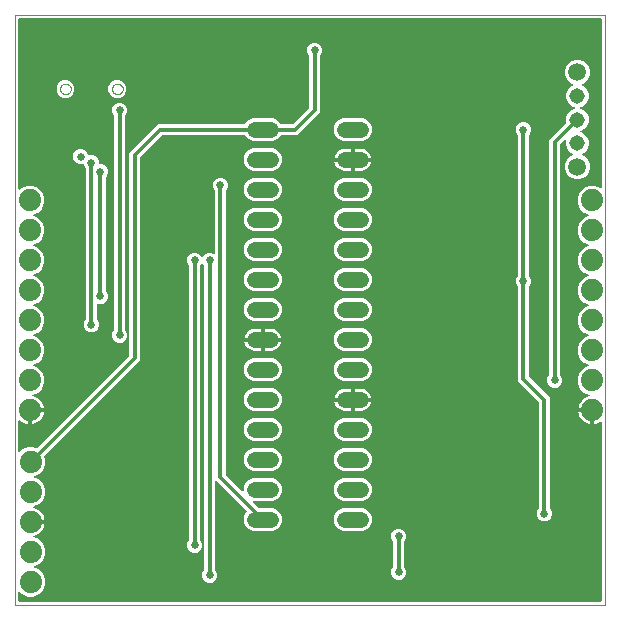
<source format=gbl>
G04 EAGLE Gerber X2 export*
%TF.Part,Single*%
%TF.FileFunction,Other,Bottom layer*%
%TF.FilePolarity,Positive*%
%TF.GenerationSoftware,Autodesk,EAGLE,8.7.1*%
%TF.CreationDate,2018-04-15T23:08:27Z*%
G75*
%MOMM*%
%FSLAX34Y34*%
%LPD*%
%AMOC8*
5,1,8,0,0,1.08239X$1,22.5*%
G01*
%ADD10C,0.000000*%
%ADD11C,1.879600*%
%ADD12C,1.320800*%
%ADD13C,1.508000*%
%ADD14C,1.308000*%
%ADD15C,0.654800*%
%ADD16C,0.304800*%

G36*
X496210Y3052D02*
X496210Y3052D01*
X496229Y3050D01*
X496331Y3072D01*
X496433Y3088D01*
X496450Y3098D01*
X496470Y3102D01*
X496559Y3155D01*
X496650Y3204D01*
X496664Y3218D01*
X496681Y3228D01*
X496748Y3307D01*
X496820Y3382D01*
X496828Y3400D01*
X496841Y3415D01*
X496880Y3511D01*
X496923Y3605D01*
X496925Y3625D01*
X496933Y3643D01*
X496951Y3810D01*
X496951Y154662D01*
X496949Y154674D01*
X496951Y154686D01*
X496930Y154795D01*
X496912Y154905D01*
X496906Y154915D01*
X496904Y154927D01*
X496848Y155024D01*
X496796Y155122D01*
X496788Y155130D01*
X496782Y155141D01*
X496699Y155215D01*
X496618Y155292D01*
X496607Y155297D01*
X496598Y155305D01*
X496496Y155348D01*
X496395Y155395D01*
X496383Y155397D01*
X496372Y155401D01*
X496261Y155410D01*
X496151Y155422D01*
X496139Y155420D01*
X496127Y155421D01*
X496019Y155394D01*
X495910Y155370D01*
X495900Y155364D01*
X495888Y155361D01*
X495743Y155278D01*
X495207Y154889D01*
X493533Y154036D01*
X491746Y153455D01*
X490473Y153254D01*
X490473Y164338D01*
X490470Y164358D01*
X490472Y164377D01*
X490450Y164479D01*
X490433Y164581D01*
X490424Y164598D01*
X490420Y164618D01*
X490367Y164707D01*
X490318Y164798D01*
X490304Y164812D01*
X490294Y164829D01*
X490215Y164896D01*
X490140Y164967D01*
X490122Y164976D01*
X490107Y164989D01*
X490011Y165027D01*
X489917Y165071D01*
X489897Y165073D01*
X489879Y165081D01*
X489712Y165099D01*
X488949Y165099D01*
X488949Y165862D01*
X488946Y165882D01*
X488948Y165901D01*
X488926Y166003D01*
X488909Y166105D01*
X488900Y166122D01*
X488896Y166142D01*
X488843Y166231D01*
X488794Y166322D01*
X488780Y166336D01*
X488770Y166353D01*
X488691Y166420D01*
X488616Y166491D01*
X488598Y166500D01*
X488583Y166513D01*
X488487Y166552D01*
X488393Y166595D01*
X488373Y166597D01*
X488355Y166605D01*
X488188Y166623D01*
X477104Y166623D01*
X477305Y167896D01*
X477886Y169683D01*
X478739Y171357D01*
X479844Y172878D01*
X481172Y174206D01*
X482693Y175311D01*
X484367Y176164D01*
X486141Y176741D01*
X486231Y176787D01*
X486324Y176828D01*
X486340Y176843D01*
X486360Y176853D01*
X486430Y176926D01*
X486505Y176995D01*
X486516Y177014D01*
X486531Y177030D01*
X486575Y177121D01*
X486624Y177210D01*
X486628Y177232D01*
X486637Y177252D01*
X486649Y177352D01*
X486667Y177452D01*
X486664Y177474D01*
X486667Y177496D01*
X486646Y177595D01*
X486632Y177695D01*
X486622Y177715D01*
X486617Y177737D01*
X486566Y177824D01*
X486520Y177915D01*
X486504Y177930D01*
X486493Y177949D01*
X486417Y178016D01*
X486345Y178087D01*
X486320Y178100D01*
X486308Y178111D01*
X486278Y178124D01*
X486198Y178168D01*
X481899Y179948D01*
X478398Y183449D01*
X476503Y188024D01*
X476503Y192976D01*
X478398Y197551D01*
X481899Y201052D01*
X485388Y202497D01*
X485449Y202535D01*
X485514Y202564D01*
X485552Y202599D01*
X485597Y202626D01*
X485643Y202682D01*
X485695Y202730D01*
X485720Y202776D01*
X485754Y202816D01*
X485779Y202883D01*
X485814Y202946D01*
X485823Y202997D01*
X485842Y203045D01*
X485845Y203117D01*
X485858Y203188D01*
X485850Y203239D01*
X485852Y203291D01*
X485832Y203360D01*
X485822Y203431D01*
X485798Y203477D01*
X485784Y203527D01*
X485743Y203586D01*
X485710Y203650D01*
X485673Y203687D01*
X485643Y203729D01*
X485586Y203772D01*
X485535Y203822D01*
X485472Y203857D01*
X485446Y203876D01*
X485424Y203883D01*
X485388Y203903D01*
X481899Y205348D01*
X478398Y208849D01*
X476503Y213424D01*
X476503Y218376D01*
X478398Y222951D01*
X481899Y226452D01*
X485388Y227897D01*
X485449Y227935D01*
X485514Y227964D01*
X485552Y227999D01*
X485597Y228026D01*
X485643Y228082D01*
X485695Y228130D01*
X485720Y228176D01*
X485754Y228216D01*
X485779Y228283D01*
X485814Y228346D01*
X485823Y228397D01*
X485842Y228445D01*
X485845Y228517D01*
X485858Y228588D01*
X485850Y228639D01*
X485852Y228691D01*
X485832Y228760D01*
X485822Y228831D01*
X485798Y228877D01*
X485784Y228927D01*
X485743Y228986D01*
X485710Y229050D01*
X485673Y229087D01*
X485643Y229129D01*
X485586Y229172D01*
X485535Y229222D01*
X485472Y229257D01*
X485446Y229276D01*
X485424Y229283D01*
X485388Y229303D01*
X481899Y230748D01*
X478398Y234249D01*
X476503Y238824D01*
X476503Y243776D01*
X478398Y248351D01*
X481899Y251852D01*
X485388Y253297D01*
X485449Y253335D01*
X485514Y253364D01*
X485552Y253399D01*
X485597Y253426D01*
X485642Y253481D01*
X485695Y253530D01*
X485720Y253576D01*
X485754Y253616D01*
X485779Y253683D01*
X485814Y253746D01*
X485823Y253797D01*
X485842Y253845D01*
X485845Y253917D01*
X485858Y253988D01*
X485850Y254039D01*
X485852Y254091D01*
X485832Y254160D01*
X485822Y254231D01*
X485798Y254277D01*
X485784Y254327D01*
X485743Y254386D01*
X485710Y254450D01*
X485673Y254487D01*
X485643Y254529D01*
X485586Y254572D01*
X485535Y254622D01*
X485472Y254657D01*
X485446Y254676D01*
X485424Y254683D01*
X485388Y254703D01*
X481899Y256148D01*
X478398Y259649D01*
X476503Y264224D01*
X476503Y269176D01*
X478398Y273751D01*
X481899Y277252D01*
X485388Y278697D01*
X485449Y278735D01*
X485514Y278764D01*
X485552Y278799D01*
X485597Y278826D01*
X485643Y278882D01*
X485695Y278930D01*
X485720Y278976D01*
X485754Y279016D01*
X485779Y279083D01*
X485814Y279146D01*
X485823Y279197D01*
X485842Y279245D01*
X485845Y279317D01*
X485858Y279388D01*
X485850Y279439D01*
X485852Y279491D01*
X485832Y279560D01*
X485822Y279631D01*
X485798Y279677D01*
X485784Y279727D01*
X485743Y279786D01*
X485710Y279850D01*
X485673Y279887D01*
X485643Y279929D01*
X485586Y279972D01*
X485535Y280022D01*
X485472Y280057D01*
X485446Y280076D01*
X485424Y280083D01*
X485388Y280103D01*
X481899Y281548D01*
X478398Y285049D01*
X476503Y289624D01*
X476503Y294576D01*
X478398Y299151D01*
X481899Y302652D01*
X485388Y304097D01*
X485449Y304135D01*
X485514Y304164D01*
X485552Y304199D01*
X485597Y304226D01*
X485643Y304282D01*
X485695Y304330D01*
X485720Y304376D01*
X485754Y304416D01*
X485779Y304483D01*
X485814Y304546D01*
X485823Y304597D01*
X485842Y304645D01*
X485845Y304717D01*
X485858Y304788D01*
X485850Y304839D01*
X485852Y304891D01*
X485832Y304960D01*
X485822Y305031D01*
X485798Y305077D01*
X485784Y305127D01*
X485743Y305186D01*
X485710Y305250D01*
X485673Y305287D01*
X485643Y305329D01*
X485586Y305372D01*
X485535Y305422D01*
X485472Y305457D01*
X485446Y305476D01*
X485424Y305483D01*
X485388Y305503D01*
X481899Y306948D01*
X478398Y310449D01*
X476503Y315024D01*
X476503Y319976D01*
X478398Y324551D01*
X481899Y328052D01*
X485388Y329497D01*
X485449Y329535D01*
X485514Y329564D01*
X485552Y329599D01*
X485597Y329626D01*
X485643Y329682D01*
X485695Y329730D01*
X485720Y329776D01*
X485754Y329816D01*
X485779Y329883D01*
X485814Y329946D01*
X485823Y329997D01*
X485842Y330045D01*
X485845Y330117D01*
X485858Y330188D01*
X485850Y330239D01*
X485852Y330291D01*
X485832Y330360D01*
X485822Y330431D01*
X485798Y330477D01*
X485784Y330527D01*
X485743Y330586D01*
X485710Y330650D01*
X485673Y330687D01*
X485643Y330729D01*
X485586Y330772D01*
X485535Y330822D01*
X485472Y330857D01*
X485446Y330876D01*
X485424Y330883D01*
X485388Y330903D01*
X481899Y332348D01*
X478398Y335849D01*
X476503Y340424D01*
X476503Y345376D01*
X478398Y349951D01*
X481899Y353452D01*
X486474Y355347D01*
X491426Y355347D01*
X495899Y353494D01*
X495943Y353484D01*
X495985Y353464D01*
X496062Y353456D01*
X496138Y353438D01*
X496184Y353442D01*
X496229Y353437D01*
X496306Y353454D01*
X496383Y353461D01*
X496425Y353480D01*
X496470Y353489D01*
X496537Y353529D01*
X496608Y353561D01*
X496642Y353592D01*
X496681Y353616D01*
X496732Y353675D01*
X496789Y353727D01*
X496811Y353768D01*
X496841Y353802D01*
X496870Y353875D01*
X496907Y353943D01*
X496916Y353988D01*
X496933Y354031D01*
X496948Y354167D01*
X496951Y354185D01*
X496950Y354190D01*
X496951Y354197D01*
X496951Y496190D01*
X496948Y496210D01*
X496950Y496229D01*
X496928Y496331D01*
X496912Y496433D01*
X496902Y496450D01*
X496898Y496470D01*
X496845Y496559D01*
X496796Y496650D01*
X496782Y496664D01*
X496772Y496681D01*
X496693Y496748D01*
X496618Y496820D01*
X496600Y496828D01*
X496585Y496841D01*
X496489Y496880D01*
X496395Y496923D01*
X496375Y496925D01*
X496357Y496933D01*
X496190Y496951D01*
X3810Y496951D01*
X3790Y496948D01*
X3771Y496950D01*
X3669Y496928D01*
X3567Y496912D01*
X3550Y496902D01*
X3530Y496898D01*
X3441Y496845D01*
X3350Y496796D01*
X3336Y496782D01*
X3319Y496772D01*
X3252Y496693D01*
X3180Y496618D01*
X3172Y496600D01*
X3159Y496585D01*
X3120Y496489D01*
X3077Y496395D01*
X3075Y496375D01*
X3067Y496357D01*
X3049Y496190D01*
X3049Y352689D01*
X3060Y352618D01*
X3062Y352546D01*
X3080Y352497D01*
X3088Y352446D01*
X3122Y352383D01*
X3147Y352315D01*
X3179Y352275D01*
X3204Y352229D01*
X3256Y352179D01*
X3300Y352123D01*
X3344Y352095D01*
X3382Y352059D01*
X3447Y352029D01*
X3507Y351990D01*
X3558Y351978D01*
X3605Y351956D01*
X3676Y351948D01*
X3746Y351930D01*
X3798Y351934D01*
X3849Y351929D01*
X3920Y351944D01*
X3991Y351949D01*
X4039Y351970D01*
X4090Y351981D01*
X4151Y352018D01*
X4217Y352046D01*
X4273Y352091D01*
X4301Y352107D01*
X4316Y352125D01*
X4348Y352151D01*
X5649Y353452D01*
X10224Y355347D01*
X15176Y355347D01*
X19751Y353452D01*
X23252Y349951D01*
X25147Y345376D01*
X25147Y340424D01*
X23252Y335849D01*
X19751Y332348D01*
X16262Y330903D01*
X16201Y330865D01*
X16136Y330836D01*
X16098Y330801D01*
X16053Y330774D01*
X16007Y330718D01*
X15955Y330670D01*
X15930Y330624D01*
X15896Y330584D01*
X15871Y330517D01*
X15836Y330454D01*
X15827Y330403D01*
X15808Y330355D01*
X15805Y330283D01*
X15792Y330212D01*
X15800Y330161D01*
X15798Y330109D01*
X15818Y330040D01*
X15828Y329969D01*
X15852Y329923D01*
X15866Y329873D01*
X15907Y329814D01*
X15940Y329750D01*
X15977Y329713D01*
X16007Y329671D01*
X16064Y329628D01*
X16115Y329578D01*
X16178Y329543D01*
X16204Y329524D01*
X16226Y329517D01*
X16262Y329497D01*
X19751Y328052D01*
X23252Y324551D01*
X25147Y319976D01*
X25147Y315024D01*
X23252Y310449D01*
X19751Y306948D01*
X16262Y305503D01*
X16201Y305465D01*
X16136Y305436D01*
X16098Y305401D01*
X16053Y305374D01*
X16007Y305318D01*
X15955Y305270D01*
X15930Y305224D01*
X15896Y305184D01*
X15871Y305117D01*
X15836Y305054D01*
X15827Y305003D01*
X15808Y304955D01*
X15805Y304883D01*
X15792Y304812D01*
X15800Y304761D01*
X15798Y304709D01*
X15818Y304640D01*
X15828Y304569D01*
X15852Y304523D01*
X15866Y304473D01*
X15907Y304414D01*
X15940Y304350D01*
X15977Y304313D01*
X16007Y304271D01*
X16064Y304228D01*
X16115Y304178D01*
X16178Y304143D01*
X16204Y304124D01*
X16226Y304117D01*
X16262Y304097D01*
X19751Y302652D01*
X23252Y299151D01*
X25147Y294576D01*
X25147Y289624D01*
X23252Y285049D01*
X19751Y281548D01*
X16262Y280103D01*
X16201Y280065D01*
X16136Y280036D01*
X16098Y280001D01*
X16053Y279974D01*
X16007Y279918D01*
X15955Y279870D01*
X15930Y279824D01*
X15896Y279784D01*
X15871Y279717D01*
X15836Y279654D01*
X15827Y279603D01*
X15808Y279555D01*
X15805Y279483D01*
X15792Y279412D01*
X15800Y279361D01*
X15798Y279309D01*
X15818Y279240D01*
X15828Y279169D01*
X15852Y279123D01*
X15866Y279073D01*
X15907Y279014D01*
X15940Y278950D01*
X15977Y278913D01*
X16007Y278871D01*
X16064Y278828D01*
X16115Y278778D01*
X16178Y278743D01*
X16204Y278724D01*
X16226Y278717D01*
X16262Y278697D01*
X19751Y277252D01*
X23252Y273751D01*
X25147Y269176D01*
X25147Y264224D01*
X23252Y259649D01*
X19751Y256148D01*
X16262Y254703D01*
X16201Y254665D01*
X16136Y254636D01*
X16098Y254601D01*
X16053Y254574D01*
X16007Y254518D01*
X15955Y254470D01*
X15930Y254424D01*
X15896Y254384D01*
X15871Y254317D01*
X15836Y254254D01*
X15827Y254203D01*
X15808Y254155D01*
X15805Y254083D01*
X15792Y254012D01*
X15800Y253961D01*
X15798Y253909D01*
X15818Y253840D01*
X15828Y253769D01*
X15852Y253723D01*
X15866Y253673D01*
X15907Y253614D01*
X15940Y253550D01*
X15977Y253513D01*
X16007Y253471D01*
X16064Y253428D01*
X16115Y253378D01*
X16178Y253343D01*
X16204Y253324D01*
X16226Y253317D01*
X16262Y253297D01*
X19751Y251852D01*
X23252Y248351D01*
X25147Y243776D01*
X25147Y238824D01*
X23252Y234249D01*
X19751Y230748D01*
X16262Y229303D01*
X16201Y229265D01*
X16136Y229236D01*
X16098Y229201D01*
X16053Y229174D01*
X16007Y229118D01*
X15955Y229070D01*
X15930Y229024D01*
X15896Y228984D01*
X15871Y228917D01*
X15836Y228854D01*
X15827Y228803D01*
X15808Y228755D01*
X15805Y228683D01*
X15792Y228612D01*
X15800Y228561D01*
X15798Y228509D01*
X15818Y228440D01*
X15828Y228369D01*
X15852Y228323D01*
X15866Y228273D01*
X15907Y228214D01*
X15940Y228150D01*
X15977Y228113D01*
X16007Y228071D01*
X16064Y228028D01*
X16115Y227978D01*
X16178Y227943D01*
X16204Y227924D01*
X16226Y227917D01*
X16262Y227897D01*
X19751Y226452D01*
X23252Y222951D01*
X25147Y218376D01*
X25147Y213424D01*
X23252Y208849D01*
X19751Y205348D01*
X16262Y203903D01*
X16201Y203865D01*
X16136Y203836D01*
X16098Y203801D01*
X16053Y203774D01*
X16007Y203718D01*
X15955Y203670D01*
X15930Y203624D01*
X15896Y203584D01*
X15871Y203517D01*
X15836Y203454D01*
X15827Y203403D01*
X15808Y203355D01*
X15805Y203283D01*
X15792Y203212D01*
X15800Y203161D01*
X15798Y203109D01*
X15818Y203040D01*
X15828Y202969D01*
X15852Y202923D01*
X15866Y202873D01*
X15907Y202814D01*
X15940Y202750D01*
X15977Y202713D01*
X16007Y202671D01*
X16064Y202628D01*
X16115Y202578D01*
X16178Y202543D01*
X16204Y202524D01*
X16226Y202517D01*
X16262Y202497D01*
X19751Y201052D01*
X23252Y197551D01*
X25147Y192976D01*
X25147Y188024D01*
X23252Y183449D01*
X19751Y179948D01*
X15452Y178168D01*
X15366Y178114D01*
X15277Y178066D01*
X15262Y178050D01*
X15243Y178038D01*
X15179Y177960D01*
X15110Y177886D01*
X15101Y177866D01*
X15087Y177849D01*
X15050Y177754D01*
X15009Y177662D01*
X15006Y177640D01*
X14998Y177619D01*
X14994Y177518D01*
X14984Y177417D01*
X14989Y177396D01*
X14988Y177373D01*
X15016Y177276D01*
X15039Y177177D01*
X15050Y177158D01*
X15057Y177137D01*
X15114Y177054D01*
X15167Y176968D01*
X15184Y176953D01*
X15197Y176935D01*
X15278Y176875D01*
X15356Y176810D01*
X15381Y176798D01*
X15394Y176788D01*
X15425Y176778D01*
X15509Y176741D01*
X17283Y176164D01*
X18957Y175311D01*
X20478Y174206D01*
X21806Y172878D01*
X22911Y171357D01*
X23764Y169683D01*
X24345Y167896D01*
X24546Y166623D01*
X13462Y166623D01*
X13442Y166620D01*
X13423Y166622D01*
X13321Y166600D01*
X13219Y166583D01*
X13202Y166574D01*
X13182Y166570D01*
X13093Y166517D01*
X13002Y166468D01*
X12988Y166454D01*
X12971Y166444D01*
X12904Y166365D01*
X12833Y166290D01*
X12824Y166272D01*
X12811Y166257D01*
X12773Y166161D01*
X12729Y166067D01*
X12727Y166047D01*
X12719Y166029D01*
X12701Y165862D01*
X12701Y165099D01*
X11938Y165099D01*
X11918Y165096D01*
X11899Y165098D01*
X11797Y165076D01*
X11695Y165059D01*
X11678Y165050D01*
X11658Y165046D01*
X11569Y164993D01*
X11478Y164944D01*
X11464Y164930D01*
X11447Y164920D01*
X11380Y164841D01*
X11309Y164766D01*
X11300Y164748D01*
X11287Y164733D01*
X11248Y164637D01*
X11205Y164543D01*
X11203Y164523D01*
X11195Y164505D01*
X11177Y164338D01*
X11177Y153254D01*
X9904Y153455D01*
X8117Y154036D01*
X6443Y154889D01*
X4922Y155994D01*
X4348Y156568D01*
X4290Y156610D01*
X4238Y156659D01*
X4191Y156681D01*
X4149Y156711D01*
X4080Y156732D01*
X4015Y156763D01*
X3963Y156768D01*
X3913Y156784D01*
X3842Y156782D01*
X3771Y156790D01*
X3720Y156779D01*
X3668Y156777D01*
X3600Y156753D01*
X3530Y156738D01*
X3485Y156711D01*
X3437Y156693D01*
X3381Y156648D01*
X3319Y156611D01*
X3285Y156572D01*
X3245Y156539D01*
X3206Y156479D01*
X3159Y156424D01*
X3140Y156376D01*
X3112Y156332D01*
X3094Y156263D01*
X3067Y156196D01*
X3059Y156125D01*
X3051Y156094D01*
X3053Y156070D01*
X3049Y156030D01*
X3049Y130539D01*
X3060Y130468D01*
X3062Y130396D01*
X3080Y130347D01*
X3088Y130296D01*
X3122Y130233D01*
X3147Y130165D01*
X3179Y130125D01*
X3204Y130079D01*
X3256Y130029D01*
X3300Y129973D01*
X3344Y129945D01*
X3382Y129909D01*
X3447Y129879D01*
X3507Y129840D01*
X3558Y129828D01*
X3605Y129806D01*
X3676Y129798D01*
X3746Y129780D01*
X3798Y129784D01*
X3849Y129779D01*
X3920Y129794D01*
X3991Y129799D01*
X4039Y129820D01*
X4090Y129831D01*
X4151Y129868D01*
X4217Y129896D01*
X4273Y129941D01*
X4301Y129957D01*
X4316Y129975D01*
X4348Y130001D01*
X6269Y131922D01*
X10844Y133817D01*
X15796Y133817D01*
X17804Y132985D01*
X17917Y132958D01*
X18031Y132930D01*
X18037Y132930D01*
X18043Y132929D01*
X18160Y132940D01*
X18276Y132949D01*
X18282Y132951D01*
X18288Y132952D01*
X18396Y133000D01*
X18502Y133045D01*
X18508Y133050D01*
X18513Y133052D01*
X18527Y133065D01*
X18633Y133150D01*
X96804Y211321D01*
X96857Y211395D01*
X96917Y211465D01*
X96929Y211495D01*
X96948Y211521D01*
X96975Y211608D01*
X97009Y211693D01*
X97013Y211734D01*
X97020Y211756D01*
X97019Y211788D01*
X97027Y211859D01*
X97027Y382894D01*
X121306Y407173D01*
X194333Y407173D01*
X194448Y407192D01*
X194564Y407209D01*
X194570Y407211D01*
X194576Y407212D01*
X194679Y407267D01*
X194784Y407320D01*
X194788Y407325D01*
X194794Y407328D01*
X194873Y407412D01*
X194956Y407496D01*
X194959Y407502D01*
X194963Y407506D01*
X194971Y407523D01*
X195037Y407643D01*
X195213Y408068D01*
X197928Y410783D01*
X201476Y412253D01*
X218524Y412253D01*
X222072Y410783D01*
X224787Y408068D01*
X224963Y407643D01*
X225025Y407543D01*
X225085Y407443D01*
X225090Y407439D01*
X225093Y407434D01*
X225183Y407359D01*
X225272Y407283D01*
X225278Y407281D01*
X225282Y407277D01*
X225390Y407235D01*
X225500Y407191D01*
X225507Y407190D01*
X225512Y407189D01*
X225530Y407188D01*
X225667Y407173D01*
X235291Y407173D01*
X235381Y407187D01*
X235472Y407195D01*
X235501Y407207D01*
X235533Y407212D01*
X235614Y407255D01*
X235698Y407291D01*
X235730Y407317D01*
X235751Y407328D01*
X235773Y407351D01*
X235829Y407396D01*
X249204Y420771D01*
X249257Y420845D01*
X249317Y420915D01*
X249329Y420945D01*
X249348Y420971D01*
X249375Y421058D01*
X249409Y421143D01*
X249413Y421184D01*
X249420Y421206D01*
X249419Y421238D01*
X249427Y421309D01*
X249427Y465216D01*
X249413Y465306D01*
X249405Y465397D01*
X249393Y465426D01*
X249388Y465458D01*
X249345Y465539D01*
X249309Y465623D01*
X249283Y465655D01*
X249272Y465676D01*
X249249Y465698D01*
X249204Y465754D01*
X248640Y466318D01*
X247677Y468642D01*
X247677Y471158D01*
X248640Y473482D01*
X250418Y475260D01*
X252742Y476223D01*
X255258Y476223D01*
X257582Y475260D01*
X259360Y473482D01*
X260323Y471158D01*
X260323Y468642D01*
X259360Y466318D01*
X258796Y465754D01*
X258743Y465680D01*
X258683Y465611D01*
X258671Y465580D01*
X258652Y465554D01*
X258625Y465467D01*
X258591Y465382D01*
X258587Y465341D01*
X258580Y465319D01*
X258581Y465287D01*
X258573Y465216D01*
X258573Y417206D01*
X239394Y398027D01*
X225667Y398027D01*
X225552Y398008D01*
X225436Y397991D01*
X225430Y397989D01*
X225424Y397988D01*
X225321Y397933D01*
X225216Y397880D01*
X225212Y397875D01*
X225206Y397872D01*
X225127Y397788D01*
X225044Y397704D01*
X225041Y397698D01*
X225037Y397694D01*
X225029Y397677D01*
X224963Y397557D01*
X224787Y397132D01*
X222072Y394417D01*
X218524Y392947D01*
X201476Y392947D01*
X197928Y394417D01*
X195213Y397132D01*
X195037Y397557D01*
X194976Y397656D01*
X194915Y397757D01*
X194910Y397761D01*
X194907Y397766D01*
X194817Y397841D01*
X194728Y397917D01*
X194722Y397919D01*
X194718Y397923D01*
X194610Y397965D01*
X194500Y398009D01*
X194493Y398010D01*
X194488Y398011D01*
X194470Y398012D01*
X194333Y398027D01*
X125409Y398027D01*
X125319Y398013D01*
X125228Y398005D01*
X125199Y397993D01*
X125167Y397988D01*
X125086Y397945D01*
X125002Y397909D01*
X124970Y397883D01*
X124949Y397872D01*
X124927Y397849D01*
X124871Y397804D01*
X106396Y379329D01*
X106343Y379255D01*
X106283Y379185D01*
X106271Y379155D01*
X106252Y379129D01*
X106225Y379042D01*
X106191Y378957D01*
X106187Y378916D01*
X106180Y378894D01*
X106181Y378862D01*
X106173Y378791D01*
X106173Y207756D01*
X25100Y126683D01*
X25033Y126589D01*
X24962Y126495D01*
X24960Y126489D01*
X24957Y126484D01*
X24922Y126371D01*
X24886Y126261D01*
X24886Y126254D01*
X24884Y126248D01*
X24887Y126132D01*
X24888Y126015D01*
X24890Y126008D01*
X24891Y126003D01*
X24897Y125985D01*
X24935Y125854D01*
X25767Y123846D01*
X25767Y118894D01*
X23872Y114319D01*
X20371Y110818D01*
X16882Y109373D01*
X16821Y109335D01*
X16756Y109306D01*
X16718Y109271D01*
X16673Y109244D01*
X16627Y109188D01*
X16575Y109140D01*
X16550Y109094D01*
X16516Y109054D01*
X16491Y108987D01*
X16456Y108924D01*
X16447Y108873D01*
X16428Y108825D01*
X16425Y108753D01*
X16412Y108682D01*
X16420Y108631D01*
X16418Y108579D01*
X16438Y108510D01*
X16448Y108439D01*
X16472Y108393D01*
X16486Y108343D01*
X16527Y108284D01*
X16560Y108220D01*
X16597Y108183D01*
X16627Y108141D01*
X16684Y108098D01*
X16735Y108048D01*
X16798Y108013D01*
X16824Y107994D01*
X16846Y107987D01*
X16882Y107967D01*
X20371Y106522D01*
X23872Y103021D01*
X25767Y98446D01*
X25767Y93494D01*
X23872Y88919D01*
X20371Y85418D01*
X16072Y83638D01*
X15986Y83584D01*
X15897Y83536D01*
X15882Y83520D01*
X15863Y83508D01*
X15799Y83430D01*
X15730Y83356D01*
X15721Y83336D01*
X15707Y83319D01*
X15670Y83224D01*
X15629Y83132D01*
X15626Y83110D01*
X15618Y83089D01*
X15614Y82988D01*
X15604Y82887D01*
X15609Y82866D01*
X15608Y82843D01*
X15636Y82746D01*
X15659Y82647D01*
X15670Y82628D01*
X15677Y82607D01*
X15734Y82524D01*
X15787Y82438D01*
X15804Y82423D01*
X15817Y82405D01*
X15898Y82345D01*
X15976Y82280D01*
X16001Y82268D01*
X16014Y82258D01*
X16045Y82248D01*
X16129Y82211D01*
X17903Y81634D01*
X19577Y80781D01*
X21098Y79676D01*
X22426Y78348D01*
X23531Y76827D01*
X24384Y75153D01*
X24965Y73366D01*
X25166Y72093D01*
X14082Y72093D01*
X14062Y72090D01*
X14043Y72092D01*
X13941Y72070D01*
X13839Y72053D01*
X13822Y72044D01*
X13802Y72040D01*
X13713Y71987D01*
X13622Y71938D01*
X13608Y71924D01*
X13591Y71914D01*
X13524Y71835D01*
X13453Y71760D01*
X13444Y71742D01*
X13431Y71727D01*
X13393Y71631D01*
X13349Y71537D01*
X13347Y71517D01*
X13339Y71499D01*
X13321Y71332D01*
X13321Y69808D01*
X13324Y69788D01*
X13322Y69769D01*
X13344Y69667D01*
X13361Y69565D01*
X13370Y69548D01*
X13374Y69528D01*
X13427Y69439D01*
X13476Y69348D01*
X13490Y69334D01*
X13500Y69317D01*
X13579Y69250D01*
X13654Y69179D01*
X13672Y69170D01*
X13687Y69157D01*
X13783Y69118D01*
X13877Y69075D01*
X13897Y69073D01*
X13915Y69065D01*
X14082Y69047D01*
X25166Y69047D01*
X24965Y67774D01*
X24384Y65987D01*
X23531Y64313D01*
X22426Y62792D01*
X21098Y61464D01*
X19577Y60359D01*
X17903Y59506D01*
X16129Y58929D01*
X16039Y58883D01*
X15946Y58842D01*
X15930Y58827D01*
X15910Y58817D01*
X15839Y58744D01*
X15765Y58675D01*
X15754Y58656D01*
X15739Y58640D01*
X15695Y58549D01*
X15646Y58460D01*
X15642Y58438D01*
X15633Y58418D01*
X15621Y58318D01*
X15603Y58218D01*
X15606Y58196D01*
X15603Y58174D01*
X15624Y58075D01*
X15638Y57975D01*
X15648Y57955D01*
X15653Y57933D01*
X15704Y57846D01*
X15750Y57755D01*
X15766Y57740D01*
X15777Y57721D01*
X15853Y57654D01*
X15925Y57583D01*
X15950Y57570D01*
X15962Y57559D01*
X15992Y57546D01*
X16072Y57502D01*
X20371Y55722D01*
X23872Y52221D01*
X25767Y47646D01*
X25767Y42694D01*
X23872Y38119D01*
X20371Y34618D01*
X16882Y33173D01*
X16821Y33135D01*
X16756Y33106D01*
X16718Y33071D01*
X16673Y33044D01*
X16627Y32988D01*
X16575Y32940D01*
X16550Y32894D01*
X16516Y32854D01*
X16491Y32787D01*
X16456Y32724D01*
X16447Y32673D01*
X16428Y32625D01*
X16425Y32553D01*
X16412Y32482D01*
X16420Y32431D01*
X16418Y32379D01*
X16438Y32310D01*
X16448Y32239D01*
X16472Y32193D01*
X16486Y32143D01*
X16527Y32084D01*
X16560Y32020D01*
X16597Y31983D01*
X16627Y31941D01*
X16684Y31898D01*
X16735Y31848D01*
X16798Y31813D01*
X16824Y31794D01*
X16846Y31787D01*
X16882Y31767D01*
X20371Y30322D01*
X23872Y26821D01*
X25767Y22246D01*
X25767Y17294D01*
X23872Y12719D01*
X20371Y9218D01*
X15796Y7323D01*
X10844Y7323D01*
X6269Y9218D01*
X4348Y11139D01*
X4290Y11181D01*
X4238Y11231D01*
X4191Y11253D01*
X4149Y11283D01*
X4080Y11304D01*
X4015Y11334D01*
X3963Y11340D01*
X3913Y11355D01*
X3842Y11353D01*
X3771Y11361D01*
X3720Y11350D01*
X3668Y11349D01*
X3600Y11324D01*
X3530Y11309D01*
X3485Y11282D01*
X3437Y11264D01*
X3381Y11220D01*
X3319Y11183D01*
X3285Y11143D01*
X3245Y11111D01*
X3206Y11050D01*
X3159Y10996D01*
X3140Y10948D01*
X3112Y10904D01*
X3094Y10834D01*
X3067Y10768D01*
X3059Y10696D01*
X3051Y10665D01*
X3053Y10642D01*
X3049Y10601D01*
X3049Y3810D01*
X3052Y3790D01*
X3050Y3771D01*
X3072Y3669D01*
X3088Y3567D01*
X3098Y3550D01*
X3102Y3530D01*
X3155Y3441D01*
X3204Y3350D01*
X3218Y3336D01*
X3228Y3319D01*
X3307Y3252D01*
X3382Y3180D01*
X3400Y3172D01*
X3415Y3159D01*
X3511Y3120D01*
X3605Y3077D01*
X3625Y3075D01*
X3643Y3067D01*
X3810Y3049D01*
X496190Y3049D01*
X496210Y3052D01*
G37*
%LPC*%
G36*
X163842Y19077D02*
X163842Y19077D01*
X161518Y20040D01*
X159740Y21818D01*
X158777Y24142D01*
X158777Y26658D01*
X159740Y28982D01*
X160304Y29546D01*
X160357Y29620D01*
X160417Y29689D01*
X160429Y29720D01*
X160448Y29746D01*
X160475Y29833D01*
X160509Y29918D01*
X160513Y29959D01*
X160520Y29981D01*
X160519Y30013D01*
X160527Y30084D01*
X160527Y287416D01*
X160513Y287506D01*
X160505Y287597D01*
X160493Y287626D01*
X160488Y287658D01*
X160445Y287739D01*
X160409Y287823D01*
X160383Y287855D01*
X160372Y287876D01*
X160349Y287898D01*
X160304Y287954D01*
X159740Y288518D01*
X159453Y289210D01*
X159416Y289271D01*
X159386Y289337D01*
X159351Y289375D01*
X159324Y289419D01*
X159269Y289465D01*
X159220Y289518D01*
X159174Y289543D01*
X159134Y289576D01*
X159067Y289602D01*
X159004Y289636D01*
X158953Y289646D01*
X158905Y289664D01*
X158833Y289667D01*
X158762Y289680D01*
X158711Y289673D01*
X158659Y289675D01*
X158590Y289655D01*
X158519Y289644D01*
X158473Y289621D01*
X158423Y289606D01*
X158364Y289565D01*
X158300Y289533D01*
X158263Y289496D01*
X158221Y289466D01*
X158178Y289408D01*
X158128Y289357D01*
X158093Y289294D01*
X158074Y289269D01*
X158067Y289246D01*
X158047Y289210D01*
X157760Y288518D01*
X157196Y287954D01*
X157143Y287880D01*
X157083Y287811D01*
X157071Y287780D01*
X157052Y287754D01*
X157025Y287667D01*
X156991Y287582D01*
X156987Y287541D01*
X156980Y287519D01*
X156981Y287487D01*
X156973Y287416D01*
X156973Y55484D01*
X156987Y55394D01*
X156995Y55303D01*
X157007Y55274D01*
X157012Y55242D01*
X157055Y55161D01*
X157091Y55077D01*
X157117Y55045D01*
X157128Y55024D01*
X157151Y55002D01*
X157196Y54946D01*
X157760Y54382D01*
X158723Y52058D01*
X158723Y49542D01*
X157760Y47218D01*
X155982Y45440D01*
X153658Y44477D01*
X151142Y44477D01*
X148818Y45440D01*
X147040Y47218D01*
X146077Y49542D01*
X146077Y52058D01*
X147040Y54382D01*
X147604Y54946D01*
X147657Y55020D01*
X147717Y55089D01*
X147729Y55120D01*
X147748Y55146D01*
X147775Y55233D01*
X147809Y55318D01*
X147813Y55359D01*
X147820Y55381D01*
X147819Y55413D01*
X147827Y55484D01*
X147827Y287416D01*
X147813Y287506D01*
X147805Y287597D01*
X147793Y287626D01*
X147788Y287658D01*
X147745Y287739D01*
X147709Y287823D01*
X147683Y287855D01*
X147672Y287876D01*
X147649Y287898D01*
X147604Y287954D01*
X147040Y288518D01*
X146077Y290842D01*
X146077Y293358D01*
X147040Y295682D01*
X148818Y297460D01*
X151142Y298423D01*
X153658Y298423D01*
X155982Y297460D01*
X157760Y295682D01*
X158047Y294990D01*
X158084Y294929D01*
X158114Y294863D01*
X158149Y294825D01*
X158176Y294781D01*
X158232Y294735D01*
X158280Y294682D01*
X158326Y294657D01*
X158366Y294624D01*
X158433Y294598D01*
X158496Y294564D01*
X158547Y294554D01*
X158595Y294536D01*
X158667Y294533D01*
X158738Y294520D01*
X158789Y294527D01*
X158841Y294525D01*
X158910Y294545D01*
X158981Y294556D01*
X159027Y294579D01*
X159077Y294594D01*
X159136Y294635D01*
X159200Y294667D01*
X159237Y294704D01*
X159279Y294734D01*
X159322Y294792D01*
X159372Y294843D01*
X159407Y294906D01*
X159426Y294931D01*
X159433Y294954D01*
X159453Y294990D01*
X159740Y295682D01*
X161518Y297460D01*
X163842Y298423D01*
X166358Y298423D01*
X168365Y297591D01*
X168409Y297581D01*
X168451Y297562D01*
X168528Y297553D01*
X168604Y297535D01*
X168650Y297540D01*
X168695Y297534D01*
X168772Y297551D01*
X168849Y297558D01*
X168891Y297577D01*
X168936Y297587D01*
X169003Y297627D01*
X169074Y297658D01*
X169108Y297689D01*
X169147Y297713D01*
X169198Y297772D01*
X169255Y297825D01*
X169277Y297865D01*
X169307Y297900D01*
X169336Y297972D01*
X169373Y298040D01*
X169382Y298085D01*
X169399Y298128D01*
X169414Y298264D01*
X169417Y298282D01*
X169416Y298287D01*
X169417Y298295D01*
X169417Y350916D01*
X169403Y351006D01*
X169395Y351097D01*
X169383Y351127D01*
X169378Y351158D01*
X169335Y351239D01*
X169299Y351323D01*
X169273Y351355D01*
X169262Y351376D01*
X169239Y351398D01*
X169216Y351427D01*
X169214Y351431D01*
X169211Y351433D01*
X169194Y351454D01*
X168630Y352018D01*
X167667Y354342D01*
X167667Y356858D01*
X168630Y359182D01*
X170408Y360960D01*
X172732Y361923D01*
X175248Y361923D01*
X177572Y360960D01*
X179350Y359182D01*
X180313Y356858D01*
X180313Y354342D01*
X179350Y352018D01*
X178786Y351454D01*
X178740Y351390D01*
X178719Y351368D01*
X178714Y351359D01*
X178673Y351311D01*
X178661Y351281D01*
X178642Y351254D01*
X178615Y351167D01*
X178581Y351082D01*
X178577Y351042D01*
X178570Y351019D01*
X178571Y350987D01*
X178563Y350916D01*
X178563Y110619D01*
X178577Y110529D01*
X178585Y110438D01*
X178597Y110409D01*
X178602Y110377D01*
X178645Y110296D01*
X178681Y110212D01*
X178707Y110180D01*
X178718Y110159D01*
X178741Y110137D01*
X178786Y110081D01*
X192444Y96423D01*
X192502Y96381D01*
X192554Y96332D01*
X192601Y96310D01*
X192643Y96280D01*
X192712Y96258D01*
X192777Y96228D01*
X192829Y96222D01*
X192879Y96207D01*
X192950Y96209D01*
X193021Y96201D01*
X193072Y96212D01*
X193124Y96214D01*
X193192Y96238D01*
X193262Y96253D01*
X193307Y96280D01*
X193355Y96298D01*
X193411Y96343D01*
X193473Y96380D01*
X193507Y96419D01*
X193547Y96452D01*
X193586Y96512D01*
X193633Y96566D01*
X193652Y96615D01*
X193680Y96659D01*
X193698Y96728D01*
X193725Y96795D01*
X193733Y96866D01*
X193741Y96897D01*
X193739Y96920D01*
X193743Y96961D01*
X193743Y99720D01*
X195213Y103268D01*
X197928Y105983D01*
X201476Y107453D01*
X218524Y107453D01*
X222072Y105983D01*
X224787Y103268D01*
X226257Y99720D01*
X226257Y95880D01*
X224787Y92332D01*
X222072Y89617D01*
X218524Y88147D01*
X202557Y88147D01*
X202487Y88136D01*
X202415Y88134D01*
X202366Y88116D01*
X202315Y88108D01*
X202251Y88074D01*
X202184Y88049D01*
X202143Y88017D01*
X202097Y87992D01*
X202048Y87941D01*
X201992Y87896D01*
X201964Y87852D01*
X201928Y87814D01*
X201898Y87749D01*
X201859Y87689D01*
X201846Y87638D01*
X201824Y87591D01*
X201816Y87520D01*
X201799Y87450D01*
X201803Y87398D01*
X201797Y87347D01*
X201812Y87276D01*
X201818Y87205D01*
X201838Y87157D01*
X201849Y87106D01*
X201886Y87045D01*
X201914Y86979D01*
X201959Y86923D01*
X201976Y86895D01*
X201993Y86880D01*
X202019Y86848D01*
X206591Y82276D01*
X206665Y82223D01*
X206735Y82163D01*
X206765Y82151D01*
X206791Y82132D01*
X206878Y82105D01*
X206963Y82071D01*
X207004Y82067D01*
X207026Y82060D01*
X207058Y82061D01*
X207129Y82053D01*
X218524Y82053D01*
X222072Y80583D01*
X224787Y77868D01*
X226257Y74320D01*
X226257Y70480D01*
X224787Y66932D01*
X222072Y64217D01*
X218524Y62747D01*
X201476Y62747D01*
X197928Y64217D01*
X195213Y66932D01*
X193743Y70480D01*
X193743Y74320D01*
X195213Y77868D01*
X196101Y78756D01*
X196112Y78772D01*
X196128Y78784D01*
X196184Y78872D01*
X196244Y78956D01*
X196250Y78975D01*
X196261Y78991D01*
X196286Y79092D01*
X196317Y79191D01*
X196316Y79211D01*
X196321Y79230D01*
X196313Y79333D01*
X196310Y79437D01*
X196303Y79455D01*
X196302Y79475D01*
X196262Y79570D01*
X196226Y79668D01*
X196213Y79683D01*
X196206Y79701D01*
X196101Y79832D01*
X170972Y104961D01*
X170914Y105003D01*
X170862Y105052D01*
X170815Y105074D01*
X170773Y105104D01*
X170704Y105126D01*
X170639Y105156D01*
X170587Y105162D01*
X170537Y105177D01*
X170466Y105175D01*
X170395Y105183D01*
X170344Y105172D01*
X170292Y105170D01*
X170224Y105146D01*
X170154Y105131D01*
X170110Y105104D01*
X170061Y105086D01*
X170005Y105041D01*
X169943Y105004D01*
X169909Y104965D01*
X169869Y104932D01*
X169830Y104872D01*
X169783Y104818D01*
X169764Y104769D01*
X169736Y104725D01*
X169718Y104656D01*
X169691Y104589D01*
X169683Y104518D01*
X169675Y104487D01*
X169677Y104464D01*
X169673Y104423D01*
X169673Y30084D01*
X169687Y29994D01*
X169695Y29903D01*
X169707Y29874D01*
X169712Y29842D01*
X169755Y29761D01*
X169791Y29677D01*
X169817Y29645D01*
X169828Y29624D01*
X169851Y29602D01*
X169896Y29546D01*
X170460Y28982D01*
X171423Y26658D01*
X171423Y24142D01*
X170460Y21818D01*
X168682Y20040D01*
X166358Y19077D01*
X163842Y19077D01*
G37*
%LPD*%
%LPC*%
G36*
X455942Y184177D02*
X455942Y184177D01*
X453618Y185140D01*
X451840Y186918D01*
X450877Y189242D01*
X450877Y191758D01*
X451840Y194082D01*
X452404Y194646D01*
X452457Y194720D01*
X452517Y194789D01*
X452529Y194820D01*
X452548Y194846D01*
X452575Y194933D01*
X452609Y195018D01*
X452613Y195059D01*
X452620Y195081D01*
X452619Y195113D01*
X452627Y195184D01*
X452627Y393844D01*
X466817Y408034D01*
X466885Y408128D01*
X466955Y408223D01*
X466957Y408229D01*
X466961Y408234D01*
X466995Y408345D01*
X467031Y408457D01*
X467031Y408463D01*
X467033Y408469D01*
X467030Y408586D01*
X467029Y408703D01*
X467027Y408710D01*
X467027Y408715D01*
X467021Y408732D01*
X466982Y408864D01*
X466821Y409253D01*
X466821Y413067D01*
X468281Y416592D01*
X470978Y419289D01*
X473798Y420457D01*
X473859Y420495D01*
X473924Y420524D01*
X473962Y420559D01*
X474007Y420586D01*
X474052Y420642D01*
X474105Y420690D01*
X474130Y420736D01*
X474164Y420776D01*
X474189Y420843D01*
X474224Y420906D01*
X474233Y420957D01*
X474252Y421005D01*
X474255Y421077D01*
X474268Y421148D01*
X474260Y421199D01*
X474262Y421251D01*
X474242Y421320D01*
X474232Y421391D01*
X474208Y421437D01*
X474194Y421487D01*
X474153Y421546D01*
X474120Y421610D01*
X474083Y421647D01*
X474053Y421689D01*
X473996Y421732D01*
X473945Y421782D01*
X473882Y421817D01*
X473856Y421836D01*
X473834Y421843D01*
X473798Y421863D01*
X470978Y423031D01*
X468281Y425728D01*
X466821Y429253D01*
X466821Y433067D01*
X468281Y436592D01*
X470978Y439289D01*
X472491Y439915D01*
X472552Y439953D01*
X472618Y439982D01*
X472656Y440018D01*
X472700Y440045D01*
X472746Y440100D01*
X472799Y440149D01*
X472824Y440194D01*
X472857Y440235D01*
X472883Y440301D01*
X472917Y440364D01*
X472927Y440416D01*
X472945Y440464D01*
X472948Y440536D01*
X472961Y440606D01*
X472953Y440658D01*
X472956Y440710D01*
X472936Y440779D01*
X472925Y440850D01*
X472902Y440896D01*
X472887Y440946D01*
X472846Y441005D01*
X472814Y441069D01*
X472776Y441105D01*
X472747Y441148D01*
X472689Y441191D01*
X472638Y441241D01*
X472575Y441276D01*
X472549Y441295D01*
X472527Y441302D01*
X472491Y441322D01*
X470412Y442183D01*
X467433Y445162D01*
X465821Y449054D01*
X465821Y453266D01*
X467433Y457158D01*
X470412Y460137D01*
X474304Y461749D01*
X478516Y461749D01*
X482408Y460137D01*
X485387Y457158D01*
X486999Y453266D01*
X486999Y449054D01*
X485387Y445162D01*
X482408Y442183D01*
X480329Y441322D01*
X480268Y441284D01*
X480202Y441255D01*
X480164Y441220D01*
X480120Y441192D01*
X480074Y441137D01*
X480021Y441089D01*
X479996Y441043D01*
X479963Y441003D01*
X479937Y440936D01*
X479903Y440873D01*
X479893Y440822D01*
X479875Y440773D01*
X479872Y440702D01*
X479859Y440631D01*
X479867Y440580D01*
X479864Y440528D01*
X479884Y440459D01*
X479895Y440388D01*
X479918Y440341D01*
X479933Y440291D01*
X479974Y440233D01*
X480006Y440169D01*
X480044Y440132D01*
X480073Y440089D01*
X480131Y440047D01*
X480182Y439996D01*
X480245Y439962D01*
X480271Y439943D01*
X480293Y439935D01*
X480329Y439915D01*
X481842Y439289D01*
X484539Y436592D01*
X485999Y433067D01*
X485999Y429253D01*
X484539Y425728D01*
X481842Y423031D01*
X479022Y421863D01*
X478961Y421825D01*
X478896Y421796D01*
X478858Y421761D01*
X478813Y421734D01*
X478768Y421678D01*
X478715Y421630D01*
X478690Y421584D01*
X478656Y421544D01*
X478631Y421477D01*
X478596Y421414D01*
X478587Y421363D01*
X478568Y421315D01*
X478565Y421243D01*
X478552Y421172D01*
X478560Y421121D01*
X478558Y421069D01*
X478578Y421000D01*
X478588Y420929D01*
X478612Y420883D01*
X478626Y420833D01*
X478667Y420774D01*
X478700Y420710D01*
X478737Y420673D01*
X478767Y420631D01*
X478824Y420588D01*
X478875Y420538D01*
X478938Y420503D01*
X478964Y420484D01*
X478986Y420477D01*
X479022Y420457D01*
X481842Y419289D01*
X484539Y416592D01*
X485999Y413067D01*
X485999Y409253D01*
X484539Y405728D01*
X481842Y403031D01*
X479022Y401863D01*
X478961Y401825D01*
X478896Y401796D01*
X478858Y401761D01*
X478813Y401734D01*
X478768Y401678D01*
X478715Y401630D01*
X478690Y401584D01*
X478656Y401544D01*
X478631Y401477D01*
X478596Y401414D01*
X478587Y401363D01*
X478568Y401315D01*
X478565Y401243D01*
X478552Y401172D01*
X478560Y401121D01*
X478558Y401069D01*
X478578Y401000D01*
X478588Y400929D01*
X478612Y400883D01*
X478626Y400833D01*
X478667Y400774D01*
X478700Y400710D01*
X478737Y400673D01*
X478767Y400631D01*
X478824Y400588D01*
X478875Y400538D01*
X478938Y400503D01*
X478964Y400484D01*
X478986Y400477D01*
X479022Y400457D01*
X481842Y399289D01*
X484539Y396592D01*
X485999Y393067D01*
X485999Y389253D01*
X484539Y385728D01*
X481842Y383031D01*
X480329Y382405D01*
X480268Y382367D01*
X480202Y382338D01*
X480164Y382302D01*
X480120Y382275D01*
X480074Y382220D01*
X480021Y382171D01*
X479996Y382126D01*
X479963Y382085D01*
X479937Y382019D01*
X479903Y381956D01*
X479893Y381904D01*
X479875Y381856D01*
X479872Y381784D01*
X479859Y381714D01*
X479867Y381662D01*
X479864Y381610D01*
X479884Y381541D01*
X479895Y381470D01*
X479918Y381424D01*
X479933Y381374D01*
X479974Y381315D01*
X480006Y381251D01*
X480044Y381215D01*
X480073Y381172D01*
X480131Y381129D01*
X480182Y381079D01*
X480245Y381044D01*
X480271Y381025D01*
X480293Y381018D01*
X480329Y380998D01*
X482408Y380137D01*
X485387Y377158D01*
X486999Y373266D01*
X486999Y369054D01*
X485387Y365162D01*
X482408Y362183D01*
X478516Y360571D01*
X474304Y360571D01*
X470412Y362183D01*
X467433Y365162D01*
X465821Y369054D01*
X465821Y373266D01*
X467433Y377158D01*
X470412Y380137D01*
X472491Y380998D01*
X472552Y381036D01*
X472618Y381065D01*
X472656Y381100D01*
X472700Y381128D01*
X472746Y381183D01*
X472799Y381231D01*
X472824Y381277D01*
X472857Y381317D01*
X472883Y381384D01*
X472917Y381447D01*
X472927Y381498D01*
X472945Y381547D01*
X472948Y381618D01*
X472961Y381689D01*
X472953Y381740D01*
X472956Y381792D01*
X472936Y381861D01*
X472925Y381932D01*
X472902Y381979D01*
X472887Y382029D01*
X472846Y382087D01*
X472814Y382151D01*
X472776Y382188D01*
X472747Y382231D01*
X472689Y382273D01*
X472638Y382324D01*
X472575Y382358D01*
X472549Y382377D01*
X472527Y382385D01*
X472491Y382405D01*
X470978Y383031D01*
X468281Y385728D01*
X466821Y389253D01*
X466821Y393110D01*
X466848Y393197D01*
X466847Y393223D01*
X466853Y393249D01*
X466844Y393345D01*
X466842Y393443D01*
X466833Y393467D01*
X466830Y393493D01*
X466791Y393583D01*
X466757Y393674D01*
X466741Y393694D01*
X466730Y393718D01*
X466664Y393790D01*
X466604Y393866D01*
X466582Y393880D01*
X466564Y393899D01*
X466479Y393946D01*
X466397Y393999D01*
X466371Y394005D01*
X466348Y394018D01*
X466252Y394035D01*
X466158Y394059D01*
X466132Y394057D01*
X466106Y394062D01*
X466010Y394047D01*
X465913Y394040D01*
X465889Y394030D01*
X465863Y394026D01*
X465776Y393982D01*
X465687Y393944D01*
X465661Y393923D01*
X465644Y393914D01*
X465621Y393891D01*
X465556Y393839D01*
X461996Y390279D01*
X461950Y390216D01*
X461928Y390192D01*
X461923Y390182D01*
X461883Y390135D01*
X461871Y390105D01*
X461852Y390079D01*
X461825Y389992D01*
X461791Y389907D01*
X461787Y389866D01*
X461780Y389844D01*
X461781Y389812D01*
X461773Y389741D01*
X461773Y195184D01*
X461787Y195094D01*
X461795Y195003D01*
X461807Y194974D01*
X461812Y194942D01*
X461855Y194861D01*
X461891Y194777D01*
X461917Y194745D01*
X461928Y194724D01*
X461951Y194702D01*
X461996Y194646D01*
X462560Y194082D01*
X463523Y191758D01*
X463523Y189242D01*
X462560Y186918D01*
X460782Y185140D01*
X458458Y184177D01*
X455942Y184177D01*
G37*
%LPD*%
%LPC*%
G36*
X447052Y71147D02*
X447052Y71147D01*
X444728Y72110D01*
X442950Y73888D01*
X441987Y76212D01*
X441987Y78728D01*
X442950Y81052D01*
X443514Y81616D01*
X443567Y81690D01*
X443627Y81759D01*
X443639Y81790D01*
X443658Y81816D01*
X443685Y81903D01*
X443719Y81988D01*
X443723Y82029D01*
X443730Y82051D01*
X443729Y82083D01*
X443737Y82154D01*
X443737Y171781D01*
X443723Y171871D01*
X443715Y171962D01*
X443703Y171991D01*
X443698Y172023D01*
X443655Y172104D01*
X443619Y172188D01*
X443593Y172220D01*
X443582Y172241D01*
X443559Y172263D01*
X443514Y172319D01*
X425957Y189876D01*
X425957Y269636D01*
X425943Y269726D01*
X425935Y269817D01*
X425923Y269846D01*
X425918Y269878D01*
X425875Y269959D01*
X425839Y270043D01*
X425813Y270075D01*
X425802Y270096D01*
X425779Y270118D01*
X425734Y270174D01*
X425170Y270738D01*
X424207Y273062D01*
X424207Y275578D01*
X425170Y277902D01*
X425734Y278466D01*
X425787Y278540D01*
X425847Y278609D01*
X425859Y278640D01*
X425878Y278666D01*
X425905Y278753D01*
X425939Y278838D01*
X425943Y278879D01*
X425950Y278901D01*
X425949Y278933D01*
X425957Y279004D01*
X425957Y397906D01*
X425943Y397996D01*
X425935Y398087D01*
X425923Y398116D01*
X425918Y398148D01*
X425875Y398229D01*
X425839Y398313D01*
X425813Y398345D01*
X425802Y398366D01*
X425779Y398388D01*
X425734Y398444D01*
X425170Y399008D01*
X424207Y401332D01*
X424207Y403848D01*
X425170Y406172D01*
X426948Y407950D01*
X429272Y408913D01*
X431788Y408913D01*
X434112Y407950D01*
X435890Y406172D01*
X436853Y403848D01*
X436853Y401332D01*
X435890Y399008D01*
X435326Y398444D01*
X435273Y398370D01*
X435213Y398301D01*
X435201Y398270D01*
X435182Y398244D01*
X435155Y398157D01*
X435121Y398072D01*
X435117Y398031D01*
X435110Y398009D01*
X435111Y397977D01*
X435103Y397906D01*
X435103Y279004D01*
X435117Y278914D01*
X435125Y278823D01*
X435137Y278794D01*
X435142Y278762D01*
X435185Y278681D01*
X435221Y278597D01*
X435247Y278565D01*
X435258Y278544D01*
X435281Y278522D01*
X435326Y278466D01*
X435890Y277902D01*
X436853Y275578D01*
X436853Y273062D01*
X435890Y270738D01*
X435326Y270174D01*
X435273Y270100D01*
X435213Y270031D01*
X435201Y270000D01*
X435182Y269974D01*
X435155Y269887D01*
X435121Y269802D01*
X435117Y269761D01*
X435110Y269739D01*
X435111Y269707D01*
X435103Y269636D01*
X435103Y193979D01*
X435117Y193889D01*
X435125Y193798D01*
X435137Y193769D01*
X435142Y193737D01*
X435185Y193656D01*
X435221Y193572D01*
X435247Y193540D01*
X435258Y193519D01*
X435281Y193497D01*
X435326Y193441D01*
X452883Y175884D01*
X452883Y82154D01*
X452897Y82064D01*
X452905Y81973D01*
X452917Y81944D01*
X452922Y81912D01*
X452965Y81831D01*
X453001Y81747D01*
X453027Y81715D01*
X453038Y81694D01*
X453061Y81672D01*
X453106Y81616D01*
X453670Y81052D01*
X454633Y78728D01*
X454633Y76212D01*
X453670Y73888D01*
X451892Y72110D01*
X449568Y71147D01*
X447052Y71147D01*
G37*
%LPD*%
%LPC*%
G36*
X63512Y231167D02*
X63512Y231167D01*
X61188Y232130D01*
X59410Y233908D01*
X58447Y236232D01*
X58447Y238748D01*
X59410Y241072D01*
X59974Y241636D01*
X60027Y241710D01*
X60087Y241779D01*
X60099Y241810D01*
X60118Y241836D01*
X60145Y241923D01*
X60179Y242008D01*
X60183Y242049D01*
X60190Y242071D01*
X60189Y242103D01*
X60197Y242174D01*
X60197Y369966D01*
X60190Y370008D01*
X60191Y370011D01*
X60187Y370026D01*
X60183Y370056D01*
X60175Y370147D01*
X60163Y370176D01*
X60158Y370208D01*
X60141Y370240D01*
X60138Y370251D01*
X60113Y370294D01*
X60079Y370373D01*
X60053Y370405D01*
X60042Y370426D01*
X60023Y370444D01*
X60012Y370462D01*
X59998Y370474D01*
X59974Y370504D01*
X59410Y371068D01*
X58542Y373165D01*
X58531Y373182D01*
X58525Y373201D01*
X58467Y373286D01*
X58412Y373374D01*
X58397Y373387D01*
X58385Y373403D01*
X58303Y373464D01*
X58222Y373531D01*
X58204Y373538D01*
X58188Y373550D01*
X58089Y373582D01*
X57993Y373619D01*
X57973Y373620D01*
X57954Y373626D01*
X57850Y373625D01*
X57747Y373629D01*
X57728Y373624D01*
X57708Y373624D01*
X57547Y373577D01*
X57138Y373407D01*
X54622Y373407D01*
X52298Y374370D01*
X50520Y376148D01*
X49557Y378472D01*
X49557Y380988D01*
X50520Y383312D01*
X52298Y385090D01*
X54622Y386053D01*
X57138Y386053D01*
X59462Y385090D01*
X61240Y383312D01*
X62108Y381215D01*
X62119Y381198D01*
X62125Y381179D01*
X62184Y381094D01*
X62238Y381006D01*
X62253Y380993D01*
X62265Y380977D01*
X62348Y380915D01*
X62428Y380849D01*
X62446Y380842D01*
X62462Y380830D01*
X62561Y380798D01*
X62657Y380761D01*
X62677Y380760D01*
X62696Y380754D01*
X62800Y380755D01*
X62903Y380751D01*
X62922Y380756D01*
X62942Y380756D01*
X63103Y380803D01*
X63512Y380973D01*
X66028Y380973D01*
X68352Y380010D01*
X70130Y378232D01*
X71093Y375908D01*
X71093Y374114D01*
X71096Y374094D01*
X71094Y374075D01*
X71116Y373973D01*
X71132Y373871D01*
X71142Y373854D01*
X71146Y373834D01*
X71199Y373745D01*
X71248Y373654D01*
X71262Y373640D01*
X71272Y373623D01*
X71351Y373556D01*
X71426Y373484D01*
X71444Y373476D01*
X71459Y373463D01*
X71555Y373424D01*
X71649Y373381D01*
X71669Y373379D01*
X71687Y373371D01*
X71854Y373353D01*
X73648Y373353D01*
X75972Y372390D01*
X77750Y370612D01*
X78713Y368288D01*
X78713Y365772D01*
X77750Y363448D01*
X77186Y362884D01*
X77142Y362823D01*
X77107Y362787D01*
X77101Y362774D01*
X77073Y362741D01*
X77061Y362710D01*
X77042Y362684D01*
X77015Y362597D01*
X76981Y362512D01*
X76977Y362471D01*
X76970Y362449D01*
X76971Y362417D01*
X76963Y362346D01*
X76963Y266304D01*
X76977Y266214D01*
X76985Y266123D01*
X76997Y266094D01*
X77002Y266062D01*
X77045Y265981D01*
X77081Y265897D01*
X77107Y265865D01*
X77118Y265844D01*
X77141Y265822D01*
X77186Y265766D01*
X77750Y265202D01*
X78713Y262878D01*
X78713Y260362D01*
X77750Y258038D01*
X75972Y256260D01*
X73648Y255297D01*
X71132Y255297D01*
X70395Y255603D01*
X70351Y255613D01*
X70309Y255632D01*
X70232Y255641D01*
X70156Y255659D01*
X70110Y255654D01*
X70065Y255659D01*
X69988Y255643D01*
X69911Y255636D01*
X69869Y255617D01*
X69824Y255607D01*
X69757Y255567D01*
X69686Y255536D01*
X69652Y255505D01*
X69613Y255481D01*
X69562Y255422D01*
X69505Y255369D01*
X69483Y255329D01*
X69453Y255294D01*
X69424Y255222D01*
X69387Y255154D01*
X69378Y255109D01*
X69361Y255066D01*
X69346Y254930D01*
X69343Y254912D01*
X69344Y254907D01*
X69343Y254899D01*
X69343Y242174D01*
X69357Y242084D01*
X69365Y241993D01*
X69377Y241964D01*
X69382Y241932D01*
X69425Y241851D01*
X69461Y241767D01*
X69487Y241735D01*
X69498Y241714D01*
X69521Y241692D01*
X69566Y241636D01*
X70130Y241072D01*
X71093Y238748D01*
X71093Y236232D01*
X70130Y233908D01*
X68352Y232130D01*
X66028Y231167D01*
X63512Y231167D01*
G37*
%LPD*%
%LPC*%
G36*
X87642Y222277D02*
X87642Y222277D01*
X85318Y223240D01*
X83540Y225018D01*
X82577Y227342D01*
X82577Y229858D01*
X83540Y232182D01*
X84104Y232746D01*
X84157Y232820D01*
X84217Y232889D01*
X84229Y232920D01*
X84248Y232946D01*
X84275Y233033D01*
X84309Y233118D01*
X84313Y233159D01*
X84320Y233181D01*
X84319Y233213D01*
X84327Y233284D01*
X84327Y414416D01*
X84313Y414506D01*
X84305Y414597D01*
X84293Y414626D01*
X84288Y414658D01*
X84245Y414739D01*
X84209Y414823D01*
X84183Y414855D01*
X84172Y414876D01*
X84149Y414898D01*
X84104Y414954D01*
X83540Y415518D01*
X82577Y417842D01*
X82577Y420358D01*
X83540Y422682D01*
X85318Y424460D01*
X87642Y425423D01*
X90158Y425423D01*
X92482Y424460D01*
X94260Y422682D01*
X95223Y420358D01*
X95223Y417842D01*
X94260Y415518D01*
X93696Y414954D01*
X93643Y414880D01*
X93583Y414811D01*
X93571Y414780D01*
X93552Y414754D01*
X93525Y414667D01*
X93491Y414582D01*
X93487Y414541D01*
X93480Y414519D01*
X93481Y414487D01*
X93473Y414416D01*
X93473Y233284D01*
X93487Y233194D01*
X93495Y233103D01*
X93507Y233074D01*
X93512Y233042D01*
X93555Y232961D01*
X93591Y232877D01*
X93617Y232845D01*
X93628Y232824D01*
X93651Y232802D01*
X93696Y232746D01*
X94260Y232182D01*
X95223Y229858D01*
X95223Y227342D01*
X94260Y225018D01*
X92482Y223240D01*
X90158Y222277D01*
X87642Y222277D01*
G37*
%LPD*%
%LPC*%
G36*
X277676Y113547D02*
X277676Y113547D01*
X274128Y115017D01*
X271413Y117732D01*
X269943Y121280D01*
X269943Y125120D01*
X271413Y128668D01*
X274128Y131383D01*
X277676Y132853D01*
X294724Y132853D01*
X298272Y131383D01*
X300987Y128668D01*
X302457Y125120D01*
X302457Y121280D01*
X300987Y117732D01*
X298272Y115017D01*
X294724Y113547D01*
X277676Y113547D01*
G37*
%LPD*%
%LPC*%
G36*
X201476Y113547D02*
X201476Y113547D01*
X197928Y115017D01*
X195213Y117732D01*
X193743Y121280D01*
X193743Y125120D01*
X195213Y128668D01*
X197928Y131383D01*
X201476Y132853D01*
X218524Y132853D01*
X222072Y131383D01*
X224787Y128668D01*
X226257Y125120D01*
X226257Y121280D01*
X224787Y117732D01*
X222072Y115017D01*
X218524Y113547D01*
X201476Y113547D01*
G37*
%LPD*%
%LPC*%
G36*
X201476Y138947D02*
X201476Y138947D01*
X197928Y140417D01*
X195213Y143132D01*
X193743Y146680D01*
X193743Y150520D01*
X195213Y154068D01*
X197928Y156783D01*
X201476Y158253D01*
X218524Y158253D01*
X222072Y156783D01*
X224787Y154068D01*
X226257Y150520D01*
X226257Y146680D01*
X224787Y143132D01*
X222072Y140417D01*
X218524Y138947D01*
X201476Y138947D01*
G37*
%LPD*%
%LPC*%
G36*
X277676Y138947D02*
X277676Y138947D01*
X274128Y140417D01*
X271413Y143132D01*
X269943Y146680D01*
X269943Y150520D01*
X271413Y154068D01*
X274128Y156783D01*
X277676Y158253D01*
X294724Y158253D01*
X298272Y156783D01*
X300987Y154068D01*
X302457Y150520D01*
X302457Y146680D01*
X300987Y143132D01*
X298272Y140417D01*
X294724Y138947D01*
X277676Y138947D01*
G37*
%LPD*%
%LPC*%
G36*
X201476Y240547D02*
X201476Y240547D01*
X197928Y242017D01*
X195213Y244732D01*
X193743Y248280D01*
X193743Y252120D01*
X195213Y255668D01*
X197928Y258383D01*
X201476Y259853D01*
X218524Y259853D01*
X222072Y258383D01*
X224787Y255668D01*
X226257Y252120D01*
X226257Y248280D01*
X224787Y244732D01*
X222072Y242017D01*
X218524Y240547D01*
X201476Y240547D01*
G37*
%LPD*%
%LPC*%
G36*
X201476Y164347D02*
X201476Y164347D01*
X197928Y165817D01*
X195213Y168532D01*
X193743Y172080D01*
X193743Y175920D01*
X195213Y179468D01*
X197928Y182183D01*
X201476Y183653D01*
X218524Y183653D01*
X222072Y182183D01*
X224787Y179468D01*
X226257Y175920D01*
X226257Y172080D01*
X224787Y168532D01*
X222072Y165817D01*
X218524Y164347D01*
X201476Y164347D01*
G37*
%LPD*%
%LPC*%
G36*
X201476Y189747D02*
X201476Y189747D01*
X197928Y191217D01*
X195213Y193932D01*
X193743Y197480D01*
X193743Y201320D01*
X195213Y204868D01*
X197928Y207583D01*
X201476Y209053D01*
X218524Y209053D01*
X222072Y207583D01*
X224787Y204868D01*
X226257Y201320D01*
X226257Y197480D01*
X224787Y193932D01*
X222072Y191217D01*
X218524Y189747D01*
X201476Y189747D01*
G37*
%LPD*%
%LPC*%
G36*
X277676Y189747D02*
X277676Y189747D01*
X274128Y191217D01*
X271413Y193932D01*
X269943Y197480D01*
X269943Y201320D01*
X271413Y204868D01*
X274128Y207583D01*
X277676Y209053D01*
X294724Y209053D01*
X298272Y207583D01*
X300987Y204868D01*
X302457Y201320D01*
X302457Y197480D01*
X300987Y193932D01*
X298272Y191217D01*
X294724Y189747D01*
X277676Y189747D01*
G37*
%LPD*%
%LPC*%
G36*
X277676Y88147D02*
X277676Y88147D01*
X274128Y89617D01*
X271413Y92332D01*
X269943Y95880D01*
X269943Y99720D01*
X271413Y103268D01*
X274128Y105983D01*
X277676Y107453D01*
X294724Y107453D01*
X298272Y105983D01*
X300987Y103268D01*
X302457Y99720D01*
X302457Y95880D01*
X300987Y92332D01*
X298272Y89617D01*
X294724Y88147D01*
X277676Y88147D01*
G37*
%LPD*%
%LPC*%
G36*
X277676Y215147D02*
X277676Y215147D01*
X274128Y216617D01*
X271413Y219332D01*
X269943Y222880D01*
X269943Y226720D01*
X271413Y230268D01*
X274128Y232983D01*
X277676Y234453D01*
X294724Y234453D01*
X298272Y232983D01*
X300987Y230268D01*
X302457Y226720D01*
X302457Y222880D01*
X300987Y219332D01*
X298272Y216617D01*
X294724Y215147D01*
X277676Y215147D01*
G37*
%LPD*%
%LPC*%
G36*
X277676Y62747D02*
X277676Y62747D01*
X274128Y64217D01*
X271413Y66932D01*
X269943Y70480D01*
X269943Y74320D01*
X271413Y77868D01*
X274128Y80583D01*
X277676Y82053D01*
X294724Y82053D01*
X298272Y80583D01*
X300987Y77868D01*
X302457Y74320D01*
X302457Y70480D01*
X300987Y66932D01*
X298272Y64217D01*
X294724Y62747D01*
X277676Y62747D01*
G37*
%LPD*%
%LPC*%
G36*
X277676Y240547D02*
X277676Y240547D01*
X274128Y242017D01*
X271413Y244732D01*
X269943Y248280D01*
X269943Y252120D01*
X271413Y255668D01*
X274128Y258383D01*
X277676Y259853D01*
X294724Y259853D01*
X298272Y258383D01*
X300987Y255668D01*
X302457Y252120D01*
X302457Y248280D01*
X300987Y244732D01*
X298272Y242017D01*
X294724Y240547D01*
X277676Y240547D01*
G37*
%LPD*%
%LPC*%
G36*
X201476Y265947D02*
X201476Y265947D01*
X197928Y267417D01*
X195213Y270132D01*
X193743Y273680D01*
X193743Y277520D01*
X195213Y281068D01*
X197928Y283783D01*
X201476Y285253D01*
X218524Y285253D01*
X222072Y283783D01*
X224787Y281068D01*
X226257Y277520D01*
X226257Y273680D01*
X224787Y270132D01*
X222072Y267417D01*
X218524Y265947D01*
X201476Y265947D01*
G37*
%LPD*%
%LPC*%
G36*
X277676Y265947D02*
X277676Y265947D01*
X274128Y267417D01*
X271413Y270132D01*
X269943Y273680D01*
X269943Y277520D01*
X271413Y281068D01*
X274128Y283783D01*
X277676Y285253D01*
X294724Y285253D01*
X298272Y283783D01*
X300987Y281068D01*
X302457Y277520D01*
X302457Y273680D01*
X300987Y270132D01*
X298272Y267417D01*
X294724Y265947D01*
X277676Y265947D01*
G37*
%LPD*%
%LPC*%
G36*
X277676Y291347D02*
X277676Y291347D01*
X274128Y292817D01*
X271413Y295532D01*
X269943Y299080D01*
X269943Y302920D01*
X271413Y306468D01*
X274128Y309183D01*
X277676Y310653D01*
X294724Y310653D01*
X298272Y309183D01*
X300987Y306468D01*
X302457Y302920D01*
X302457Y299080D01*
X300987Y295532D01*
X298272Y292817D01*
X294724Y291347D01*
X277676Y291347D01*
G37*
%LPD*%
%LPC*%
G36*
X201476Y316747D02*
X201476Y316747D01*
X197928Y318217D01*
X195213Y320932D01*
X193743Y324480D01*
X193743Y328320D01*
X195213Y331868D01*
X197928Y334583D01*
X201476Y336053D01*
X218524Y336053D01*
X222072Y334583D01*
X224787Y331868D01*
X226257Y328320D01*
X226257Y324480D01*
X224787Y320932D01*
X222072Y318217D01*
X218524Y316747D01*
X201476Y316747D01*
G37*
%LPD*%
%LPC*%
G36*
X277676Y316747D02*
X277676Y316747D01*
X274128Y318217D01*
X271413Y320932D01*
X269943Y324480D01*
X269943Y328320D01*
X271413Y331868D01*
X274128Y334583D01*
X277676Y336053D01*
X294724Y336053D01*
X298272Y334583D01*
X300987Y331868D01*
X302457Y328320D01*
X302457Y324480D01*
X300987Y320932D01*
X298272Y318217D01*
X294724Y316747D01*
X277676Y316747D01*
G37*
%LPD*%
%LPC*%
G36*
X201476Y342147D02*
X201476Y342147D01*
X197928Y343617D01*
X195213Y346332D01*
X193743Y349880D01*
X193743Y353720D01*
X195213Y357268D01*
X197928Y359983D01*
X201476Y361453D01*
X218524Y361453D01*
X222072Y359983D01*
X224787Y357268D01*
X226257Y353720D01*
X226257Y349880D01*
X224787Y346332D01*
X222072Y343617D01*
X218524Y342147D01*
X201476Y342147D01*
G37*
%LPD*%
%LPC*%
G36*
X277676Y342147D02*
X277676Y342147D01*
X274128Y343617D01*
X271413Y346332D01*
X269943Y349880D01*
X269943Y353720D01*
X271413Y357268D01*
X274128Y359983D01*
X277676Y361453D01*
X294724Y361453D01*
X298272Y359983D01*
X300987Y357268D01*
X302457Y353720D01*
X302457Y349880D01*
X300987Y346332D01*
X298272Y343617D01*
X294724Y342147D01*
X277676Y342147D01*
G37*
%LPD*%
%LPC*%
G36*
X201476Y291347D02*
X201476Y291347D01*
X197928Y292817D01*
X195213Y295532D01*
X193743Y299080D01*
X193743Y302920D01*
X195213Y306468D01*
X197928Y309183D01*
X201476Y310653D01*
X218524Y310653D01*
X222072Y309183D01*
X224787Y306468D01*
X226257Y302920D01*
X226257Y299080D01*
X224787Y295532D01*
X222072Y292817D01*
X218524Y291347D01*
X201476Y291347D01*
G37*
%LPD*%
%LPC*%
G36*
X277676Y392947D02*
X277676Y392947D01*
X274128Y394417D01*
X271413Y397132D01*
X269943Y400680D01*
X269943Y404520D01*
X271413Y408068D01*
X274128Y410783D01*
X277676Y412253D01*
X294724Y412253D01*
X298272Y410783D01*
X300987Y408068D01*
X302457Y404520D01*
X302457Y400680D01*
X300987Y397132D01*
X298272Y394417D01*
X294724Y392947D01*
X277676Y392947D01*
G37*
%LPD*%
%LPC*%
G36*
X201476Y367547D02*
X201476Y367547D01*
X197928Y369017D01*
X195213Y371732D01*
X193743Y375280D01*
X193743Y379120D01*
X195213Y382668D01*
X197928Y385383D01*
X201476Y386853D01*
X218524Y386853D01*
X222072Y385383D01*
X224787Y382668D01*
X226257Y379120D01*
X226257Y375280D01*
X224787Y371732D01*
X222072Y369017D01*
X218524Y367547D01*
X201476Y367547D01*
G37*
%LPD*%
%LPC*%
G36*
X323862Y21617D02*
X323862Y21617D01*
X321538Y22580D01*
X319760Y24358D01*
X318797Y26682D01*
X318797Y29198D01*
X319760Y31522D01*
X320324Y32086D01*
X320377Y32160D01*
X320437Y32229D01*
X320449Y32260D01*
X320468Y32286D01*
X320495Y32373D01*
X320529Y32458D01*
X320533Y32499D01*
X320540Y32521D01*
X320539Y32553D01*
X320547Y32624D01*
X320547Y53736D01*
X320533Y53826D01*
X320525Y53917D01*
X320513Y53946D01*
X320508Y53978D01*
X320465Y54059D01*
X320429Y54143D01*
X320403Y54175D01*
X320392Y54196D01*
X320369Y54218D01*
X320324Y54274D01*
X319760Y54838D01*
X318797Y57162D01*
X318797Y59678D01*
X319760Y62002D01*
X321538Y63780D01*
X323862Y64743D01*
X326378Y64743D01*
X328702Y63780D01*
X330480Y62002D01*
X331443Y59678D01*
X331443Y57162D01*
X330480Y54838D01*
X329916Y54274D01*
X329863Y54200D01*
X329803Y54131D01*
X329791Y54100D01*
X329772Y54074D01*
X329745Y53987D01*
X329711Y53902D01*
X329707Y53861D01*
X329700Y53839D01*
X329701Y53807D01*
X329693Y53736D01*
X329693Y32624D01*
X329707Y32534D01*
X329715Y32443D01*
X329727Y32414D01*
X329732Y32382D01*
X329775Y32301D01*
X329811Y32217D01*
X329837Y32185D01*
X329848Y32164D01*
X329871Y32142D01*
X329916Y32086D01*
X330480Y31522D01*
X331443Y29198D01*
X331443Y26682D01*
X330480Y24358D01*
X328702Y22580D01*
X326378Y21617D01*
X323862Y21617D01*
G37*
%LPD*%
%LPC*%
G36*
X41398Y429541D02*
X41398Y429541D01*
X38624Y430691D01*
X36501Y432814D01*
X35351Y435588D01*
X35351Y438592D01*
X36501Y441366D01*
X38624Y443489D01*
X41398Y444639D01*
X44402Y444639D01*
X47176Y443489D01*
X49299Y441366D01*
X50449Y438592D01*
X50449Y435588D01*
X49299Y432814D01*
X47176Y430691D01*
X44402Y429541D01*
X41398Y429541D01*
G37*
%LPD*%
%LPC*%
G36*
X85398Y429541D02*
X85398Y429541D01*
X82624Y430691D01*
X80501Y432814D01*
X79351Y435588D01*
X79351Y438592D01*
X80501Y441366D01*
X82624Y443489D01*
X85398Y444639D01*
X88402Y444639D01*
X91176Y443489D01*
X93299Y441366D01*
X94449Y438592D01*
X94449Y435588D01*
X93299Y432814D01*
X91176Y430691D01*
X88402Y429541D01*
X85398Y429541D01*
G37*
%LPD*%
%LPC*%
G36*
X211523Y226323D02*
X211523Y226323D01*
X211523Y233945D01*
X217505Y233945D01*
X219271Y233593D01*
X220936Y232904D01*
X222434Y231903D01*
X223707Y230630D01*
X224708Y229132D01*
X225397Y227467D01*
X225625Y226323D01*
X211523Y226323D01*
G37*
%LPD*%
%LPC*%
G36*
X287723Y175523D02*
X287723Y175523D01*
X287723Y183145D01*
X293705Y183145D01*
X295471Y182793D01*
X297136Y182104D01*
X298634Y181103D01*
X299907Y179830D01*
X300908Y178332D01*
X301597Y176667D01*
X301825Y175523D01*
X287723Y175523D01*
G37*
%LPD*%
%LPC*%
G36*
X287723Y378723D02*
X287723Y378723D01*
X287723Y386345D01*
X293705Y386345D01*
X295471Y385993D01*
X297136Y385304D01*
X298634Y384303D01*
X299907Y383030D01*
X300908Y381532D01*
X301597Y379867D01*
X301825Y378723D01*
X287723Y378723D01*
G37*
%LPD*%
%LPC*%
G36*
X194375Y226323D02*
X194375Y226323D01*
X194603Y227467D01*
X195292Y229132D01*
X196293Y230630D01*
X197566Y231903D01*
X199064Y232904D01*
X200729Y233593D01*
X202495Y233945D01*
X208477Y233945D01*
X208477Y226323D01*
X194375Y226323D01*
G37*
%LPD*%
%LPC*%
G36*
X270575Y175523D02*
X270575Y175523D01*
X270803Y176667D01*
X271492Y178332D01*
X272493Y179830D01*
X273766Y181103D01*
X275264Y182104D01*
X276929Y182793D01*
X278695Y183145D01*
X284677Y183145D01*
X284677Y175523D01*
X270575Y175523D01*
G37*
%LPD*%
%LPC*%
G36*
X270575Y378723D02*
X270575Y378723D01*
X270803Y379867D01*
X271492Y381532D01*
X272493Y383030D01*
X273766Y384303D01*
X275264Y385304D01*
X276929Y385993D01*
X278695Y386345D01*
X284677Y386345D01*
X284677Y378723D01*
X270575Y378723D01*
G37*
%LPD*%
%LPC*%
G36*
X287723Y164855D02*
X287723Y164855D01*
X287723Y172477D01*
X301825Y172477D01*
X301597Y171333D01*
X300908Y169668D01*
X299907Y168170D01*
X298634Y166897D01*
X297136Y165896D01*
X295471Y165207D01*
X293705Y164855D01*
X287723Y164855D01*
G37*
%LPD*%
%LPC*%
G36*
X287723Y368055D02*
X287723Y368055D01*
X287723Y375677D01*
X301825Y375677D01*
X301597Y374533D01*
X300908Y372868D01*
X299907Y371370D01*
X298634Y370097D01*
X297136Y369096D01*
X295471Y368407D01*
X293705Y368055D01*
X287723Y368055D01*
G37*
%LPD*%
%LPC*%
G36*
X211523Y215655D02*
X211523Y215655D01*
X211523Y223277D01*
X225625Y223277D01*
X225397Y222133D01*
X224708Y220468D01*
X223707Y218970D01*
X222434Y217697D01*
X220936Y216696D01*
X219271Y216007D01*
X217505Y215655D01*
X211523Y215655D01*
G37*
%LPD*%
%LPC*%
G36*
X202495Y215655D02*
X202495Y215655D01*
X200729Y216007D01*
X199064Y216696D01*
X197566Y217697D01*
X196293Y218970D01*
X195292Y220468D01*
X194603Y222133D01*
X194375Y223277D01*
X208477Y223277D01*
X208477Y215655D01*
X202495Y215655D01*
G37*
%LPD*%
%LPC*%
G36*
X278695Y164855D02*
X278695Y164855D01*
X276929Y165207D01*
X275264Y165896D01*
X273766Y166897D01*
X272493Y168170D01*
X271492Y169668D01*
X270803Y171333D01*
X270575Y172477D01*
X284677Y172477D01*
X284677Y164855D01*
X278695Y164855D01*
G37*
%LPD*%
%LPC*%
G36*
X278695Y368055D02*
X278695Y368055D01*
X276929Y368407D01*
X275264Y369096D01*
X273766Y370097D01*
X272493Y371370D01*
X271492Y372868D01*
X270803Y374533D01*
X270575Y375677D01*
X284677Y375677D01*
X284677Y368055D01*
X278695Y368055D01*
G37*
%LPD*%
%LPC*%
G36*
X14223Y163577D02*
X14223Y163577D01*
X24546Y163577D01*
X24345Y162304D01*
X23764Y160517D01*
X22911Y158843D01*
X21806Y157322D01*
X20478Y155994D01*
X18957Y154889D01*
X17283Y154036D01*
X15496Y153455D01*
X14223Y153254D01*
X14223Y163577D01*
G37*
%LPD*%
%LPC*%
G36*
X486154Y153455D02*
X486154Y153455D01*
X484367Y154036D01*
X482693Y154889D01*
X481172Y155994D01*
X479844Y157322D01*
X478739Y158843D01*
X477886Y160517D01*
X477305Y162304D01*
X477104Y163577D01*
X487427Y163577D01*
X487427Y153254D01*
X486154Y153455D01*
G37*
%LPD*%
%LPC*%
G36*
X286199Y173999D02*
X286199Y173999D01*
X286199Y174001D01*
X286201Y174001D01*
X286201Y173999D01*
X286199Y173999D01*
G37*
%LPD*%
%LPC*%
G36*
X209999Y224799D02*
X209999Y224799D01*
X209999Y224801D01*
X210001Y224801D01*
X210001Y224799D01*
X209999Y224799D01*
G37*
%LPD*%
%LPC*%
G36*
X286199Y377199D02*
X286199Y377199D01*
X286199Y377201D01*
X286201Y377201D01*
X286201Y377199D01*
X286199Y377199D01*
G37*
%LPD*%
D10*
X0Y0D02*
X500000Y0D01*
X500000Y500000D01*
X0Y500000D01*
X0Y0D01*
D11*
X12700Y342900D03*
X12700Y317500D03*
X12700Y292100D03*
X12700Y266700D03*
X12700Y241300D03*
X12700Y215900D03*
X12700Y190500D03*
X12700Y165100D03*
X488950Y165100D03*
X488950Y190500D03*
X488950Y215900D03*
X488950Y241300D03*
X488950Y266700D03*
X488950Y292100D03*
X488950Y317500D03*
X488950Y342900D03*
D10*
X82400Y437090D02*
X82402Y437224D01*
X82408Y437358D01*
X82418Y437491D01*
X82432Y437625D01*
X82450Y437758D01*
X82472Y437890D01*
X82497Y438021D01*
X82527Y438152D01*
X82561Y438282D01*
X82598Y438410D01*
X82639Y438538D01*
X82684Y438664D01*
X82733Y438789D01*
X82785Y438912D01*
X82841Y439034D01*
X82901Y439154D01*
X82964Y439272D01*
X83031Y439388D01*
X83101Y439502D01*
X83175Y439614D01*
X83252Y439724D01*
X83332Y439832D01*
X83415Y439937D01*
X83501Y440039D01*
X83590Y440139D01*
X83683Y440236D01*
X83778Y440331D01*
X83876Y440422D01*
X83976Y440511D01*
X84079Y440596D01*
X84185Y440679D01*
X84293Y440758D01*
X84403Y440834D01*
X84516Y440907D01*
X84631Y440976D01*
X84747Y441042D01*
X84866Y441104D01*
X84986Y441163D01*
X85109Y441218D01*
X85232Y441270D01*
X85357Y441317D01*
X85484Y441361D01*
X85612Y441402D01*
X85741Y441438D01*
X85871Y441471D01*
X86002Y441499D01*
X86133Y441524D01*
X86266Y441545D01*
X86399Y441562D01*
X86532Y441575D01*
X86666Y441584D01*
X86800Y441589D01*
X86934Y441590D01*
X87067Y441587D01*
X87201Y441580D01*
X87335Y441569D01*
X87468Y441554D01*
X87601Y441535D01*
X87733Y441512D01*
X87864Y441486D01*
X87994Y441455D01*
X88124Y441420D01*
X88252Y441382D01*
X88379Y441340D01*
X88505Y441294D01*
X88630Y441244D01*
X88753Y441191D01*
X88874Y441134D01*
X88994Y441073D01*
X89111Y441009D01*
X89227Y440942D01*
X89341Y440871D01*
X89452Y440796D01*
X89561Y440719D01*
X89668Y440638D01*
X89773Y440554D01*
X89874Y440467D01*
X89974Y440377D01*
X90070Y440284D01*
X90164Y440188D01*
X90255Y440089D01*
X90342Y439988D01*
X90427Y439884D01*
X90509Y439778D01*
X90587Y439670D01*
X90662Y439559D01*
X90734Y439446D01*
X90803Y439330D01*
X90868Y439213D01*
X90929Y439094D01*
X90987Y438973D01*
X91041Y438851D01*
X91092Y438727D01*
X91139Y438601D01*
X91182Y438474D01*
X91221Y438346D01*
X91257Y438217D01*
X91288Y438087D01*
X91316Y437956D01*
X91340Y437824D01*
X91360Y437691D01*
X91376Y437558D01*
X91388Y437425D01*
X91396Y437291D01*
X91400Y437157D01*
X91400Y437023D01*
X91396Y436889D01*
X91388Y436755D01*
X91376Y436622D01*
X91360Y436489D01*
X91340Y436356D01*
X91316Y436224D01*
X91288Y436093D01*
X91257Y435963D01*
X91221Y435834D01*
X91182Y435706D01*
X91139Y435579D01*
X91092Y435453D01*
X91041Y435329D01*
X90987Y435207D01*
X90929Y435086D01*
X90868Y434967D01*
X90803Y434850D01*
X90734Y434734D01*
X90662Y434621D01*
X90587Y434510D01*
X90509Y434402D01*
X90427Y434296D01*
X90342Y434192D01*
X90255Y434091D01*
X90164Y433992D01*
X90070Y433896D01*
X89974Y433803D01*
X89874Y433713D01*
X89773Y433626D01*
X89668Y433542D01*
X89561Y433461D01*
X89452Y433384D01*
X89341Y433309D01*
X89227Y433238D01*
X89111Y433171D01*
X88994Y433107D01*
X88874Y433046D01*
X88753Y432989D01*
X88630Y432936D01*
X88505Y432886D01*
X88379Y432840D01*
X88252Y432798D01*
X88124Y432760D01*
X87994Y432725D01*
X87864Y432694D01*
X87733Y432668D01*
X87601Y432645D01*
X87468Y432626D01*
X87335Y432611D01*
X87201Y432600D01*
X87067Y432593D01*
X86934Y432590D01*
X86800Y432591D01*
X86666Y432596D01*
X86532Y432605D01*
X86399Y432618D01*
X86266Y432635D01*
X86133Y432656D01*
X86002Y432681D01*
X85871Y432709D01*
X85741Y432742D01*
X85612Y432778D01*
X85484Y432819D01*
X85357Y432863D01*
X85232Y432910D01*
X85109Y432962D01*
X84986Y433017D01*
X84866Y433076D01*
X84747Y433138D01*
X84631Y433204D01*
X84516Y433273D01*
X84403Y433346D01*
X84293Y433422D01*
X84185Y433501D01*
X84079Y433584D01*
X83976Y433669D01*
X83876Y433758D01*
X83778Y433849D01*
X83683Y433944D01*
X83590Y434041D01*
X83501Y434141D01*
X83415Y434243D01*
X83332Y434348D01*
X83252Y434456D01*
X83175Y434566D01*
X83101Y434678D01*
X83031Y434792D01*
X82964Y434908D01*
X82901Y435026D01*
X82841Y435146D01*
X82785Y435268D01*
X82733Y435391D01*
X82684Y435516D01*
X82639Y435642D01*
X82598Y435770D01*
X82561Y435898D01*
X82527Y436028D01*
X82497Y436159D01*
X82472Y436290D01*
X82450Y436422D01*
X82432Y436555D01*
X82418Y436689D01*
X82408Y436822D01*
X82402Y436956D01*
X82400Y437090D01*
X38400Y437090D02*
X38402Y437224D01*
X38408Y437358D01*
X38418Y437491D01*
X38432Y437625D01*
X38450Y437758D01*
X38472Y437890D01*
X38497Y438021D01*
X38527Y438152D01*
X38561Y438282D01*
X38598Y438410D01*
X38639Y438538D01*
X38684Y438664D01*
X38733Y438789D01*
X38785Y438912D01*
X38841Y439034D01*
X38901Y439154D01*
X38964Y439272D01*
X39031Y439388D01*
X39101Y439502D01*
X39175Y439614D01*
X39252Y439724D01*
X39332Y439832D01*
X39415Y439937D01*
X39501Y440039D01*
X39590Y440139D01*
X39683Y440236D01*
X39778Y440331D01*
X39876Y440422D01*
X39976Y440511D01*
X40079Y440596D01*
X40185Y440679D01*
X40293Y440758D01*
X40403Y440834D01*
X40516Y440907D01*
X40631Y440976D01*
X40747Y441042D01*
X40866Y441104D01*
X40986Y441163D01*
X41109Y441218D01*
X41232Y441270D01*
X41357Y441317D01*
X41484Y441361D01*
X41612Y441402D01*
X41741Y441438D01*
X41871Y441471D01*
X42002Y441499D01*
X42133Y441524D01*
X42266Y441545D01*
X42399Y441562D01*
X42532Y441575D01*
X42666Y441584D01*
X42800Y441589D01*
X42934Y441590D01*
X43067Y441587D01*
X43201Y441580D01*
X43335Y441569D01*
X43468Y441554D01*
X43601Y441535D01*
X43733Y441512D01*
X43864Y441486D01*
X43994Y441455D01*
X44124Y441420D01*
X44252Y441382D01*
X44379Y441340D01*
X44505Y441294D01*
X44630Y441244D01*
X44753Y441191D01*
X44874Y441134D01*
X44994Y441073D01*
X45111Y441009D01*
X45227Y440942D01*
X45341Y440871D01*
X45452Y440796D01*
X45561Y440719D01*
X45668Y440638D01*
X45773Y440554D01*
X45874Y440467D01*
X45974Y440377D01*
X46070Y440284D01*
X46164Y440188D01*
X46255Y440089D01*
X46342Y439988D01*
X46427Y439884D01*
X46509Y439778D01*
X46587Y439670D01*
X46662Y439559D01*
X46734Y439446D01*
X46803Y439330D01*
X46868Y439213D01*
X46929Y439094D01*
X46987Y438973D01*
X47041Y438851D01*
X47092Y438727D01*
X47139Y438601D01*
X47182Y438474D01*
X47221Y438346D01*
X47257Y438217D01*
X47288Y438087D01*
X47316Y437956D01*
X47340Y437824D01*
X47360Y437691D01*
X47376Y437558D01*
X47388Y437425D01*
X47396Y437291D01*
X47400Y437157D01*
X47400Y437023D01*
X47396Y436889D01*
X47388Y436755D01*
X47376Y436622D01*
X47360Y436489D01*
X47340Y436356D01*
X47316Y436224D01*
X47288Y436093D01*
X47257Y435963D01*
X47221Y435834D01*
X47182Y435706D01*
X47139Y435579D01*
X47092Y435453D01*
X47041Y435329D01*
X46987Y435207D01*
X46929Y435086D01*
X46868Y434967D01*
X46803Y434850D01*
X46734Y434734D01*
X46662Y434621D01*
X46587Y434510D01*
X46509Y434402D01*
X46427Y434296D01*
X46342Y434192D01*
X46255Y434091D01*
X46164Y433992D01*
X46070Y433896D01*
X45974Y433803D01*
X45874Y433713D01*
X45773Y433626D01*
X45668Y433542D01*
X45561Y433461D01*
X45452Y433384D01*
X45341Y433309D01*
X45227Y433238D01*
X45111Y433171D01*
X44994Y433107D01*
X44874Y433046D01*
X44753Y432989D01*
X44630Y432936D01*
X44505Y432886D01*
X44379Y432840D01*
X44252Y432798D01*
X44124Y432760D01*
X43994Y432725D01*
X43864Y432694D01*
X43733Y432668D01*
X43601Y432645D01*
X43468Y432626D01*
X43335Y432611D01*
X43201Y432600D01*
X43067Y432593D01*
X42934Y432590D01*
X42800Y432591D01*
X42666Y432596D01*
X42532Y432605D01*
X42399Y432618D01*
X42266Y432635D01*
X42133Y432656D01*
X42002Y432681D01*
X41871Y432709D01*
X41741Y432742D01*
X41612Y432778D01*
X41484Y432819D01*
X41357Y432863D01*
X41232Y432910D01*
X41109Y432962D01*
X40986Y433017D01*
X40866Y433076D01*
X40747Y433138D01*
X40631Y433204D01*
X40516Y433273D01*
X40403Y433346D01*
X40293Y433422D01*
X40185Y433501D01*
X40079Y433584D01*
X39976Y433669D01*
X39876Y433758D01*
X39778Y433849D01*
X39683Y433944D01*
X39590Y434041D01*
X39501Y434141D01*
X39415Y434243D01*
X39332Y434348D01*
X39252Y434456D01*
X39175Y434566D01*
X39101Y434678D01*
X39031Y434792D01*
X38964Y434908D01*
X38901Y435026D01*
X38841Y435146D01*
X38785Y435268D01*
X38733Y435391D01*
X38684Y435516D01*
X38639Y435642D01*
X38598Y435770D01*
X38561Y435898D01*
X38527Y436028D01*
X38497Y436159D01*
X38472Y436290D01*
X38450Y436422D01*
X38432Y436555D01*
X38418Y436689D01*
X38408Y436822D01*
X38402Y436956D01*
X38400Y437090D01*
D12*
X203396Y402600D02*
X216604Y402600D01*
X216604Y377200D02*
X203396Y377200D01*
X203396Y351800D02*
X216604Y351800D01*
X216604Y326400D02*
X203396Y326400D01*
X203396Y301000D02*
X216604Y301000D01*
X216604Y275600D02*
X203396Y275600D01*
X203396Y250200D02*
X216604Y250200D01*
X216604Y224800D02*
X203396Y224800D01*
X203396Y199400D02*
X216604Y199400D01*
X216604Y174000D02*
X203396Y174000D01*
X203396Y148600D02*
X216604Y148600D01*
X216604Y123200D02*
X203396Y123200D01*
X203396Y97800D02*
X216604Y97800D01*
X216604Y72400D02*
X203396Y72400D01*
X279596Y72400D02*
X292804Y72400D01*
X292804Y97800D02*
X279596Y97800D01*
X279596Y123200D02*
X292804Y123200D01*
X292804Y148600D02*
X279596Y148600D01*
X279596Y174000D02*
X292804Y174000D01*
X292804Y199400D02*
X279596Y199400D01*
X279596Y224800D02*
X292804Y224800D01*
X292804Y250200D02*
X279596Y250200D01*
X279596Y275600D02*
X292804Y275600D01*
X292804Y301000D02*
X279596Y301000D01*
X279596Y326400D02*
X292804Y326400D01*
X292804Y351800D02*
X279596Y351800D01*
X279596Y377200D02*
X292804Y377200D01*
X292804Y402600D02*
X279596Y402600D01*
D11*
X13320Y121370D03*
X13320Y95970D03*
X13320Y70570D03*
X13320Y45170D03*
X13320Y19770D03*
D13*
X476410Y451160D03*
X476410Y371160D03*
D14*
X476410Y431160D03*
X476410Y411160D03*
X476410Y391160D03*
D15*
X430530Y274320D03*
X448310Y77470D03*
D16*
X448310Y173990D01*
X430530Y191770D02*
X430530Y274320D01*
X430530Y191770D02*
X448310Y173990D01*
D15*
X430530Y402590D03*
D16*
X430530Y274320D01*
D15*
X48260Y391160D03*
X382270Y452120D03*
X281940Y452120D03*
X262890Y172720D03*
X457200Y190500D03*
D16*
X457200Y391950D01*
X476410Y411160D01*
D15*
X165100Y25400D03*
D16*
X165100Y292100D01*
D15*
X165100Y292100D03*
X152400Y50800D03*
D16*
X152400Y292100D01*
D15*
X152400Y292100D03*
D16*
X123200Y402600D02*
X210000Y402600D01*
X123200Y402600D02*
X101600Y381000D01*
X101600Y209650D01*
X13320Y121370D01*
X210000Y402600D02*
X237500Y402600D01*
X254000Y419100D01*
X254000Y469900D01*
D15*
X254000Y469900D03*
X55880Y379730D03*
X173990Y355600D03*
D16*
X173990Y108410D01*
X210000Y72400D01*
D15*
X64770Y374650D03*
X64770Y237490D03*
D16*
X64770Y374650D01*
D15*
X72390Y367030D03*
X72390Y261620D03*
D16*
X72390Y367030D01*
D15*
X88900Y419100D03*
X88900Y228600D03*
D16*
X88900Y419100D01*
D15*
X325120Y58420D03*
X325120Y27940D03*
D16*
X325120Y58420D01*
M02*

</source>
